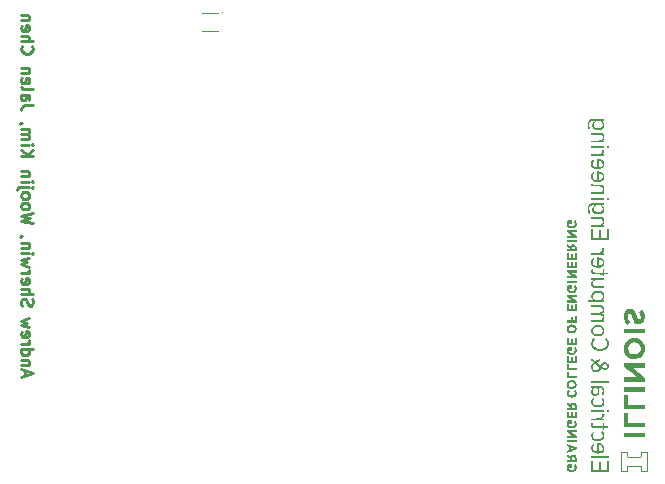
<source format=gbr>
%TF.GenerationSoftware,KiCad,Pcbnew,7.0.9*%
%TF.CreationDate,2024-03-05T03:29:11-06:00*%
%TF.ProjectId,Sensor PCB,53656e73-6f72-4205-9043-422e6b696361,rev?*%
%TF.SameCoordinates,Original*%
%TF.FileFunction,Legend,Bot*%
%TF.FilePolarity,Positive*%
%FSLAX46Y46*%
G04 Gerber Fmt 4.6, Leading zero omitted, Abs format (unit mm)*
G04 Created by KiCad (PCBNEW 7.0.9) date 2024-03-05 03:29:11*
%MOMM*%
%LPD*%
G01*
G04 APERTURE LIST*
%ADD10C,0.250000*%
%ADD11C,0.100000*%
G04 APERTURE END LIST*
D10*
X99621095Y-108245050D02*
X99621095Y-107768860D01*
X99335380Y-108340288D02*
X100335380Y-108006955D01*
X100335380Y-108006955D02*
X99335380Y-107673622D01*
X100002047Y-107340288D02*
X99335380Y-107340288D01*
X99906809Y-107340288D02*
X99954428Y-107292669D01*
X99954428Y-107292669D02*
X100002047Y-107197431D01*
X100002047Y-107197431D02*
X100002047Y-107054574D01*
X100002047Y-107054574D02*
X99954428Y-106959336D01*
X99954428Y-106959336D02*
X99859190Y-106911717D01*
X99859190Y-106911717D02*
X99335380Y-106911717D01*
X99335380Y-106006955D02*
X100335380Y-106006955D01*
X99383000Y-106006955D02*
X99335380Y-106102193D01*
X99335380Y-106102193D02*
X99335380Y-106292669D01*
X99335380Y-106292669D02*
X99383000Y-106387907D01*
X99383000Y-106387907D02*
X99430619Y-106435526D01*
X99430619Y-106435526D02*
X99525857Y-106483145D01*
X99525857Y-106483145D02*
X99811571Y-106483145D01*
X99811571Y-106483145D02*
X99906809Y-106435526D01*
X99906809Y-106435526D02*
X99954428Y-106387907D01*
X99954428Y-106387907D02*
X100002047Y-106292669D01*
X100002047Y-106292669D02*
X100002047Y-106102193D01*
X100002047Y-106102193D02*
X99954428Y-106006955D01*
X99335380Y-105530764D02*
X100002047Y-105530764D01*
X99811571Y-105530764D02*
X99906809Y-105483145D01*
X99906809Y-105483145D02*
X99954428Y-105435526D01*
X99954428Y-105435526D02*
X100002047Y-105340288D01*
X100002047Y-105340288D02*
X100002047Y-105245050D01*
X99383000Y-104530764D02*
X99335380Y-104626002D01*
X99335380Y-104626002D02*
X99335380Y-104816478D01*
X99335380Y-104816478D02*
X99383000Y-104911716D01*
X99383000Y-104911716D02*
X99478238Y-104959335D01*
X99478238Y-104959335D02*
X99859190Y-104959335D01*
X99859190Y-104959335D02*
X99954428Y-104911716D01*
X99954428Y-104911716D02*
X100002047Y-104816478D01*
X100002047Y-104816478D02*
X100002047Y-104626002D01*
X100002047Y-104626002D02*
X99954428Y-104530764D01*
X99954428Y-104530764D02*
X99859190Y-104483145D01*
X99859190Y-104483145D02*
X99763952Y-104483145D01*
X99763952Y-104483145D02*
X99668714Y-104959335D01*
X100002047Y-104149811D02*
X99335380Y-103959335D01*
X99335380Y-103959335D02*
X99811571Y-103768859D01*
X99811571Y-103768859D02*
X99335380Y-103578383D01*
X99335380Y-103578383D02*
X100002047Y-103387907D01*
X99383000Y-102292668D02*
X99335380Y-102149811D01*
X99335380Y-102149811D02*
X99335380Y-101911716D01*
X99335380Y-101911716D02*
X99383000Y-101816478D01*
X99383000Y-101816478D02*
X99430619Y-101768859D01*
X99430619Y-101768859D02*
X99525857Y-101721240D01*
X99525857Y-101721240D02*
X99621095Y-101721240D01*
X99621095Y-101721240D02*
X99716333Y-101768859D01*
X99716333Y-101768859D02*
X99763952Y-101816478D01*
X99763952Y-101816478D02*
X99811571Y-101911716D01*
X99811571Y-101911716D02*
X99859190Y-102102192D01*
X99859190Y-102102192D02*
X99906809Y-102197430D01*
X99906809Y-102197430D02*
X99954428Y-102245049D01*
X99954428Y-102245049D02*
X100049666Y-102292668D01*
X100049666Y-102292668D02*
X100144904Y-102292668D01*
X100144904Y-102292668D02*
X100240142Y-102245049D01*
X100240142Y-102245049D02*
X100287761Y-102197430D01*
X100287761Y-102197430D02*
X100335380Y-102102192D01*
X100335380Y-102102192D02*
X100335380Y-101864097D01*
X100335380Y-101864097D02*
X100287761Y-101721240D01*
X99335380Y-101292668D02*
X100335380Y-101292668D01*
X99335380Y-100864097D02*
X99859190Y-100864097D01*
X99859190Y-100864097D02*
X99954428Y-100911716D01*
X99954428Y-100911716D02*
X100002047Y-101006954D01*
X100002047Y-101006954D02*
X100002047Y-101149811D01*
X100002047Y-101149811D02*
X99954428Y-101245049D01*
X99954428Y-101245049D02*
X99906809Y-101292668D01*
X99383000Y-100006954D02*
X99335380Y-100102192D01*
X99335380Y-100102192D02*
X99335380Y-100292668D01*
X99335380Y-100292668D02*
X99383000Y-100387906D01*
X99383000Y-100387906D02*
X99478238Y-100435525D01*
X99478238Y-100435525D02*
X99859190Y-100435525D01*
X99859190Y-100435525D02*
X99954428Y-100387906D01*
X99954428Y-100387906D02*
X100002047Y-100292668D01*
X100002047Y-100292668D02*
X100002047Y-100102192D01*
X100002047Y-100102192D02*
X99954428Y-100006954D01*
X99954428Y-100006954D02*
X99859190Y-99959335D01*
X99859190Y-99959335D02*
X99763952Y-99959335D01*
X99763952Y-99959335D02*
X99668714Y-100435525D01*
X99335380Y-99530763D02*
X100002047Y-99530763D01*
X99811571Y-99530763D02*
X99906809Y-99483144D01*
X99906809Y-99483144D02*
X99954428Y-99435525D01*
X99954428Y-99435525D02*
X100002047Y-99340287D01*
X100002047Y-99340287D02*
X100002047Y-99245049D01*
X100002047Y-99006953D02*
X99335380Y-98816477D01*
X99335380Y-98816477D02*
X99811571Y-98626001D01*
X99811571Y-98626001D02*
X99335380Y-98435525D01*
X99335380Y-98435525D02*
X100002047Y-98245049D01*
X99335380Y-97864096D02*
X100002047Y-97864096D01*
X100335380Y-97864096D02*
X100287761Y-97911715D01*
X100287761Y-97911715D02*
X100240142Y-97864096D01*
X100240142Y-97864096D02*
X100287761Y-97816477D01*
X100287761Y-97816477D02*
X100335380Y-97864096D01*
X100335380Y-97864096D02*
X100240142Y-97864096D01*
X100002047Y-97387906D02*
X99335380Y-97387906D01*
X99906809Y-97387906D02*
X99954428Y-97340287D01*
X99954428Y-97340287D02*
X100002047Y-97245049D01*
X100002047Y-97245049D02*
X100002047Y-97102192D01*
X100002047Y-97102192D02*
X99954428Y-97006954D01*
X99954428Y-97006954D02*
X99859190Y-96959335D01*
X99859190Y-96959335D02*
X99335380Y-96959335D01*
X99383000Y-96435525D02*
X99335380Y-96435525D01*
X99335380Y-96435525D02*
X99240142Y-96483144D01*
X99240142Y-96483144D02*
X99192523Y-96530763D01*
X100335380Y-95340287D02*
X99335380Y-95102192D01*
X99335380Y-95102192D02*
X100049666Y-94911716D01*
X100049666Y-94911716D02*
X99335380Y-94721240D01*
X99335380Y-94721240D02*
X100335380Y-94483145D01*
X99335380Y-93959335D02*
X99383000Y-94054573D01*
X99383000Y-94054573D02*
X99430619Y-94102192D01*
X99430619Y-94102192D02*
X99525857Y-94149811D01*
X99525857Y-94149811D02*
X99811571Y-94149811D01*
X99811571Y-94149811D02*
X99906809Y-94102192D01*
X99906809Y-94102192D02*
X99954428Y-94054573D01*
X99954428Y-94054573D02*
X100002047Y-93959335D01*
X100002047Y-93959335D02*
X100002047Y-93816478D01*
X100002047Y-93816478D02*
X99954428Y-93721240D01*
X99954428Y-93721240D02*
X99906809Y-93673621D01*
X99906809Y-93673621D02*
X99811571Y-93626002D01*
X99811571Y-93626002D02*
X99525857Y-93626002D01*
X99525857Y-93626002D02*
X99430619Y-93673621D01*
X99430619Y-93673621D02*
X99383000Y-93721240D01*
X99383000Y-93721240D02*
X99335380Y-93816478D01*
X99335380Y-93816478D02*
X99335380Y-93959335D01*
X99335380Y-93054573D02*
X99383000Y-93149811D01*
X99383000Y-93149811D02*
X99430619Y-93197430D01*
X99430619Y-93197430D02*
X99525857Y-93245049D01*
X99525857Y-93245049D02*
X99811571Y-93245049D01*
X99811571Y-93245049D02*
X99906809Y-93197430D01*
X99906809Y-93197430D02*
X99954428Y-93149811D01*
X99954428Y-93149811D02*
X100002047Y-93054573D01*
X100002047Y-93054573D02*
X100002047Y-92911716D01*
X100002047Y-92911716D02*
X99954428Y-92816478D01*
X99954428Y-92816478D02*
X99906809Y-92768859D01*
X99906809Y-92768859D02*
X99811571Y-92721240D01*
X99811571Y-92721240D02*
X99525857Y-92721240D01*
X99525857Y-92721240D02*
X99430619Y-92768859D01*
X99430619Y-92768859D02*
X99383000Y-92816478D01*
X99383000Y-92816478D02*
X99335380Y-92911716D01*
X99335380Y-92911716D02*
X99335380Y-93054573D01*
X100002047Y-92292668D02*
X99144904Y-92292668D01*
X99144904Y-92292668D02*
X99049666Y-92340287D01*
X99049666Y-92340287D02*
X99002047Y-92435525D01*
X99002047Y-92435525D02*
X99002047Y-92483144D01*
X100335380Y-92292668D02*
X100287761Y-92340287D01*
X100287761Y-92340287D02*
X100240142Y-92292668D01*
X100240142Y-92292668D02*
X100287761Y-92245049D01*
X100287761Y-92245049D02*
X100335380Y-92292668D01*
X100335380Y-92292668D02*
X100240142Y-92292668D01*
X99335380Y-91816478D02*
X100002047Y-91816478D01*
X100335380Y-91816478D02*
X100287761Y-91864097D01*
X100287761Y-91864097D02*
X100240142Y-91816478D01*
X100240142Y-91816478D02*
X100287761Y-91768859D01*
X100287761Y-91768859D02*
X100335380Y-91816478D01*
X100335380Y-91816478D02*
X100240142Y-91816478D01*
X100002047Y-91340288D02*
X99335380Y-91340288D01*
X99906809Y-91340288D02*
X99954428Y-91292669D01*
X99954428Y-91292669D02*
X100002047Y-91197431D01*
X100002047Y-91197431D02*
X100002047Y-91054574D01*
X100002047Y-91054574D02*
X99954428Y-90959336D01*
X99954428Y-90959336D02*
X99859190Y-90911717D01*
X99859190Y-90911717D02*
X99335380Y-90911717D01*
X99335380Y-89673621D02*
X100335380Y-89673621D01*
X99335380Y-89102193D02*
X99906809Y-89530764D01*
X100335380Y-89102193D02*
X99763952Y-89673621D01*
X99335380Y-88673621D02*
X100002047Y-88673621D01*
X100335380Y-88673621D02*
X100287761Y-88721240D01*
X100287761Y-88721240D02*
X100240142Y-88673621D01*
X100240142Y-88673621D02*
X100287761Y-88626002D01*
X100287761Y-88626002D02*
X100335380Y-88673621D01*
X100335380Y-88673621D02*
X100240142Y-88673621D01*
X99335380Y-88197431D02*
X100002047Y-88197431D01*
X99906809Y-88197431D02*
X99954428Y-88149812D01*
X99954428Y-88149812D02*
X100002047Y-88054574D01*
X100002047Y-88054574D02*
X100002047Y-87911717D01*
X100002047Y-87911717D02*
X99954428Y-87816479D01*
X99954428Y-87816479D02*
X99859190Y-87768860D01*
X99859190Y-87768860D02*
X99335380Y-87768860D01*
X99859190Y-87768860D02*
X99954428Y-87721241D01*
X99954428Y-87721241D02*
X100002047Y-87626003D01*
X100002047Y-87626003D02*
X100002047Y-87483146D01*
X100002047Y-87483146D02*
X99954428Y-87387907D01*
X99954428Y-87387907D02*
X99859190Y-87340288D01*
X99859190Y-87340288D02*
X99335380Y-87340288D01*
X99383000Y-86816479D02*
X99335380Y-86816479D01*
X99335380Y-86816479D02*
X99240142Y-86864098D01*
X99240142Y-86864098D02*
X99192523Y-86911717D01*
X100335380Y-85340289D02*
X99621095Y-85340289D01*
X99621095Y-85340289D02*
X99478238Y-85387908D01*
X99478238Y-85387908D02*
X99383000Y-85483146D01*
X99383000Y-85483146D02*
X99335380Y-85626003D01*
X99335380Y-85626003D02*
X99335380Y-85721241D01*
X99335380Y-84435527D02*
X99859190Y-84435527D01*
X99859190Y-84435527D02*
X99954428Y-84483146D01*
X99954428Y-84483146D02*
X100002047Y-84578384D01*
X100002047Y-84578384D02*
X100002047Y-84768860D01*
X100002047Y-84768860D02*
X99954428Y-84864098D01*
X99383000Y-84435527D02*
X99335380Y-84530765D01*
X99335380Y-84530765D02*
X99335380Y-84768860D01*
X99335380Y-84768860D02*
X99383000Y-84864098D01*
X99383000Y-84864098D02*
X99478238Y-84911717D01*
X99478238Y-84911717D02*
X99573476Y-84911717D01*
X99573476Y-84911717D02*
X99668714Y-84864098D01*
X99668714Y-84864098D02*
X99716333Y-84768860D01*
X99716333Y-84768860D02*
X99716333Y-84530765D01*
X99716333Y-84530765D02*
X99763952Y-84435527D01*
X99335380Y-83816479D02*
X99383000Y-83911717D01*
X99383000Y-83911717D02*
X99478238Y-83959336D01*
X99478238Y-83959336D02*
X100335380Y-83959336D01*
X99383000Y-83054574D02*
X99335380Y-83149812D01*
X99335380Y-83149812D02*
X99335380Y-83340288D01*
X99335380Y-83340288D02*
X99383000Y-83435526D01*
X99383000Y-83435526D02*
X99478238Y-83483145D01*
X99478238Y-83483145D02*
X99859190Y-83483145D01*
X99859190Y-83483145D02*
X99954428Y-83435526D01*
X99954428Y-83435526D02*
X100002047Y-83340288D01*
X100002047Y-83340288D02*
X100002047Y-83149812D01*
X100002047Y-83149812D02*
X99954428Y-83054574D01*
X99954428Y-83054574D02*
X99859190Y-83006955D01*
X99859190Y-83006955D02*
X99763952Y-83006955D01*
X99763952Y-83006955D02*
X99668714Y-83483145D01*
X100002047Y-82578383D02*
X99335380Y-82578383D01*
X99906809Y-82578383D02*
X99954428Y-82530764D01*
X99954428Y-82530764D02*
X100002047Y-82435526D01*
X100002047Y-82435526D02*
X100002047Y-82292669D01*
X100002047Y-82292669D02*
X99954428Y-82197431D01*
X99954428Y-82197431D02*
X99859190Y-82149812D01*
X99859190Y-82149812D02*
X99335380Y-82149812D01*
X99430619Y-80340288D02*
X99383000Y-80387907D01*
X99383000Y-80387907D02*
X99335380Y-80530764D01*
X99335380Y-80530764D02*
X99335380Y-80626002D01*
X99335380Y-80626002D02*
X99383000Y-80768859D01*
X99383000Y-80768859D02*
X99478238Y-80864097D01*
X99478238Y-80864097D02*
X99573476Y-80911716D01*
X99573476Y-80911716D02*
X99763952Y-80959335D01*
X99763952Y-80959335D02*
X99906809Y-80959335D01*
X99906809Y-80959335D02*
X100097285Y-80911716D01*
X100097285Y-80911716D02*
X100192523Y-80864097D01*
X100192523Y-80864097D02*
X100287761Y-80768859D01*
X100287761Y-80768859D02*
X100335380Y-80626002D01*
X100335380Y-80626002D02*
X100335380Y-80530764D01*
X100335380Y-80530764D02*
X100287761Y-80387907D01*
X100287761Y-80387907D02*
X100240142Y-80340288D01*
X99335380Y-79911716D02*
X100335380Y-79911716D01*
X99335380Y-79483145D02*
X99859190Y-79483145D01*
X99859190Y-79483145D02*
X99954428Y-79530764D01*
X99954428Y-79530764D02*
X100002047Y-79626002D01*
X100002047Y-79626002D02*
X100002047Y-79768859D01*
X100002047Y-79768859D02*
X99954428Y-79864097D01*
X99954428Y-79864097D02*
X99906809Y-79911716D01*
X99383000Y-78626002D02*
X99335380Y-78721240D01*
X99335380Y-78721240D02*
X99335380Y-78911716D01*
X99335380Y-78911716D02*
X99383000Y-79006954D01*
X99383000Y-79006954D02*
X99478238Y-79054573D01*
X99478238Y-79054573D02*
X99859190Y-79054573D01*
X99859190Y-79054573D02*
X99954428Y-79006954D01*
X99954428Y-79006954D02*
X100002047Y-78911716D01*
X100002047Y-78911716D02*
X100002047Y-78721240D01*
X100002047Y-78721240D02*
X99954428Y-78626002D01*
X99954428Y-78626002D02*
X99859190Y-78578383D01*
X99859190Y-78578383D02*
X99763952Y-78578383D01*
X99763952Y-78578383D02*
X99668714Y-79054573D01*
X100002047Y-78149811D02*
X99335380Y-78149811D01*
X99906809Y-78149811D02*
X99954428Y-78102192D01*
X99954428Y-78102192D02*
X100002047Y-78006954D01*
X100002047Y-78006954D02*
X100002047Y-77864097D01*
X100002047Y-77864097D02*
X99954428Y-77768859D01*
X99954428Y-77768859D02*
X99859190Y-77721240D01*
X99859190Y-77721240D02*
X99335380Y-77721240D01*
D11*
%TO.C,U3*%
X116000000Y-79050000D02*
X114600000Y-79050000D01*
X116000000Y-77550000D02*
X114600000Y-77550000D01*
X116350000Y-77500000D02*
G75*
G03*
X116350000Y-77500000I-50000J0D01*
G01*
%TO.C,*%
G36*
X149125211Y-115226901D02*
G01*
X147604788Y-115226901D01*
X147604788Y-115065915D01*
X149125211Y-115065915D01*
X149125211Y-115226901D01*
G37*
G36*
X146352676Y-113885352D02*
G01*
X145511971Y-113885352D01*
X145511971Y-113706479D01*
X146352676Y-113706479D01*
X146352676Y-113885352D01*
G37*
G36*
X148695915Y-111291690D02*
G01*
X147604788Y-111291690D01*
X147604788Y-111130704D01*
X148695915Y-111130704D01*
X148695915Y-111291690D01*
G37*
G36*
X149089436Y-111309577D02*
G01*
X148910563Y-111309577D01*
X148910563Y-111130704D01*
X149089436Y-111130704D01*
X149089436Y-111309577D01*
G37*
G36*
X152112394Y-109574507D02*
G01*
X150377324Y-109574507D01*
X150377324Y-109180986D01*
X152112394Y-109180986D01*
X152112394Y-109574507D01*
G37*
G36*
X152112394Y-104637605D02*
G01*
X150377324Y-104637605D01*
X150377324Y-104261971D01*
X152112394Y-104261971D01*
X152112394Y-104637605D01*
G37*
G36*
X146352676Y-100362535D02*
G01*
X145511971Y-100362535D01*
X145511971Y-100183662D01*
X146352676Y-100183662D01*
X146352676Y-100362535D01*
G37*
G36*
X146352676Y-96928169D02*
G01*
X145511971Y-96928169D01*
X145511971Y-96749295D01*
X146352676Y-96749295D01*
X146352676Y-96928169D01*
G37*
G36*
X148695915Y-93332817D02*
G01*
X147604788Y-93332817D01*
X147604788Y-93171831D01*
X148695915Y-93171831D01*
X148695915Y-93332817D01*
G37*
G36*
X149089436Y-93332817D02*
G01*
X148910563Y-93332817D01*
X148910563Y-93153943D01*
X149089436Y-93153943D01*
X149089436Y-93332817D01*
G37*
G36*
X148695915Y-88932535D02*
G01*
X147604788Y-88932535D01*
X147604788Y-88771549D01*
X148695915Y-88771549D01*
X148695915Y-88932535D01*
G37*
G36*
X149089436Y-88950422D02*
G01*
X148910563Y-88950422D01*
X148910563Y-88771549D01*
X149089436Y-88771549D01*
X149089436Y-88950422D01*
G37*
G36*
X149121768Y-108738274D02*
G01*
X149116267Y-108814295D01*
X148360528Y-108818961D01*
X147604788Y-108823627D01*
X147604788Y-108662253D01*
X149127268Y-108662253D01*
X149121768Y-108738274D01*
G37*
G36*
X145681901Y-107919929D02*
G01*
X145692187Y-108250845D01*
X146352676Y-108250845D01*
X146352676Y-108429718D01*
X145511971Y-108429718D01*
X145511971Y-107909025D01*
X145681901Y-107919929D01*
G37*
G36*
X145681901Y-107275986D02*
G01*
X145687044Y-107441443D01*
X145692187Y-107606901D01*
X146352676Y-107606901D01*
X146352676Y-107785774D01*
X145511971Y-107785774D01*
X145511971Y-107265082D01*
X145681901Y-107275986D01*
G37*
G36*
X150735070Y-112221831D02*
G01*
X152112394Y-112221831D01*
X152112394Y-112615352D01*
X150376860Y-112615352D01*
X150381564Y-111993767D01*
X150386267Y-111372183D01*
X150560669Y-111367063D01*
X150735070Y-111361944D01*
X150735070Y-112221831D01*
G37*
G36*
X150735070Y-110719295D02*
G01*
X152112394Y-110719295D01*
X152112394Y-111094929D01*
X150376860Y-111094929D01*
X150381564Y-110473345D01*
X150386267Y-109851760D01*
X150560669Y-109846641D01*
X150735070Y-109841521D01*
X150735070Y-110719295D01*
G37*
G36*
X146352676Y-103743239D02*
G01*
X145511971Y-103743239D01*
X145511971Y-103546479D01*
X145851831Y-103546479D01*
X145851831Y-103224507D01*
X146012816Y-103224507D01*
X146012816Y-103546479D01*
X146191690Y-103546479D01*
X146191690Y-103188732D01*
X146352676Y-103188732D01*
X146352676Y-103743239D01*
G37*
G36*
X146352676Y-113025722D02*
G01*
X145878662Y-113035704D01*
X146352294Y-113339788D01*
X146352676Y-113509718D01*
X145511971Y-113509718D01*
X145511971Y-113330845D01*
X146000715Y-113330845D01*
X145756343Y-113170469D01*
X145511971Y-113010094D01*
X145511971Y-112865774D01*
X146352676Y-112865774D01*
X146352676Y-113025722D01*
G37*
G36*
X147747887Y-116192817D02*
G01*
X148266619Y-116192817D01*
X148266619Y-115530986D01*
X148409718Y-115530986D01*
X148409718Y-116192817D01*
X148910563Y-116192817D01*
X148910563Y-115459436D01*
X149071549Y-115459436D01*
X149071549Y-116353802D01*
X147604788Y-116353802D01*
X147604788Y-115441549D01*
X147747887Y-115441549D01*
X147747887Y-116192817D01*
G37*
G36*
X145672957Y-111649436D02*
G01*
X145851831Y-111649436D01*
X145851831Y-111327464D01*
X146030704Y-111327464D01*
X146030704Y-111649436D01*
X146191690Y-111649436D01*
X146191690Y-111291690D01*
X146352676Y-111291690D01*
X146352676Y-111828309D01*
X145511971Y-111828309D01*
X145511971Y-111273802D01*
X145672957Y-111273802D01*
X145672957Y-111649436D01*
G37*
G36*
X145672957Y-105442535D02*
G01*
X145851831Y-105442535D01*
X145851831Y-105120563D01*
X146030704Y-105120563D01*
X146030704Y-105442535D01*
X146191690Y-105442535D01*
X146191690Y-105066901D01*
X146352676Y-105066901D01*
X146352676Y-105621408D01*
X145511971Y-105621408D01*
X145511971Y-105066901D01*
X145672957Y-105066901D01*
X145672957Y-105442535D01*
G37*
G36*
X145672957Y-102580563D02*
G01*
X145851831Y-102580563D01*
X145851831Y-102258591D01*
X146030704Y-102258591D01*
X146030704Y-102580563D01*
X146191690Y-102580563D01*
X146191690Y-102204929D01*
X146352676Y-102204929D01*
X146352676Y-102759436D01*
X145511971Y-102759436D01*
X145511971Y-102204929D01*
X145672957Y-102204929D01*
X145672957Y-102580563D01*
G37*
G36*
X146352676Y-96068539D02*
G01*
X146116881Y-96073530D01*
X145881087Y-96078521D01*
X146116880Y-96230563D01*
X146352674Y-96382605D01*
X146352676Y-96552535D01*
X145511971Y-96552535D01*
X145511971Y-96373662D01*
X146003169Y-96373662D01*
X145511971Y-96053210D01*
X145511971Y-95890704D01*
X146352676Y-95890704D01*
X146352676Y-96068539D01*
G37*
G36*
X147747887Y-96570422D02*
G01*
X148266619Y-96570422D01*
X148266619Y-95908591D01*
X148409718Y-95908591D01*
X148409718Y-96570422D01*
X148910563Y-96570422D01*
X148910563Y-95837042D01*
X149071549Y-95837042D01*
X149071549Y-96731408D01*
X147604788Y-96731408D01*
X147604788Y-95819155D01*
X147747887Y-95819155D01*
X147747887Y-96570422D01*
G37*
G36*
X145672957Y-106962957D02*
G01*
X145850438Y-106962957D01*
X145860774Y-106649929D01*
X146021760Y-106649929D01*
X146026928Y-106806443D01*
X146032097Y-106962957D01*
X146191690Y-106962957D01*
X146191690Y-106605211D01*
X146352676Y-106605211D01*
X146352676Y-107141831D01*
X145511971Y-107141831D01*
X145511971Y-106605211D01*
X145672957Y-106605211D01*
X145672957Y-106962957D01*
G37*
G36*
X146352676Y-99503943D02*
G01*
X145878662Y-99504573D01*
X146115669Y-99660680D01*
X146352676Y-99816788D01*
X146352676Y-99986901D01*
X145511971Y-99986901D01*
X145511971Y-99808028D01*
X145757922Y-99807764D01*
X146003873Y-99807499D01*
X145757922Y-99645206D01*
X145511971Y-99482912D01*
X145511971Y-99325070D01*
X146352676Y-99325070D01*
X146352676Y-99503943D01*
G37*
G36*
X145676803Y-98775035D02*
G01*
X145681901Y-98958380D01*
X145851831Y-98969284D01*
X145851831Y-98645352D01*
X146030704Y-98645352D01*
X146030704Y-98967324D01*
X146191690Y-98967324D01*
X146191690Y-98591690D01*
X146352676Y-98591690D01*
X146352676Y-99146197D01*
X145511971Y-99146197D01*
X145511971Y-98591690D01*
X145671706Y-98591690D01*
X145676803Y-98775035D01*
G37*
G36*
X145676803Y-98059542D02*
G01*
X145681901Y-98242887D01*
X145851831Y-98253791D01*
X145851831Y-97929859D01*
X146030704Y-97929859D01*
X146030704Y-98251831D01*
X146191690Y-98251831D01*
X146191690Y-97876197D01*
X146352676Y-97876197D01*
X146352676Y-98430704D01*
X145511971Y-98430704D01*
X145511971Y-97876197D01*
X145671706Y-97876197D01*
X145676803Y-98059542D01*
G37*
G36*
X146352676Y-101559917D02*
G01*
X146124612Y-101564923D01*
X145896549Y-101569929D01*
X146124163Y-101721971D01*
X146351778Y-101874014D01*
X146352227Y-101958979D01*
X146352676Y-102043943D01*
X145511971Y-102043943D01*
X145511971Y-101865070D01*
X146003873Y-101864310D01*
X145757922Y-101703684D01*
X145511971Y-101543059D01*
X145511971Y-101382112D01*
X146352676Y-101382112D01*
X146352676Y-101559917D01*
G37*
G36*
X152112394Y-113456056D02*
G01*
X151252664Y-113456056D01*
X151081252Y-113455803D01*
X150920925Y-113455099D01*
X150775208Y-113453993D01*
X150647630Y-113452534D01*
X150541718Y-113450770D01*
X150460999Y-113448749D01*
X150409000Y-113446520D01*
X150389248Y-113444131D01*
X150385650Y-113431880D01*
X150381351Y-113389605D01*
X150378412Y-113325401D01*
X150377324Y-113247371D01*
X150377324Y-113062535D01*
X152112394Y-113062535D01*
X152112394Y-113456056D01*
G37*
G36*
X152112394Y-107588465D02*
G01*
X151600396Y-107593211D01*
X151088399Y-107597957D01*
X151595925Y-107984026D01*
X152103450Y-108370094D01*
X152108548Y-108551948D01*
X152113645Y-108733802D01*
X150377324Y-108733802D01*
X150377324Y-108358686D01*
X150919423Y-108353955D01*
X151461523Y-108349225D01*
X150919890Y-107937817D01*
X150378257Y-107526408D01*
X150377790Y-107360950D01*
X150377324Y-107195493D01*
X152112394Y-107195493D01*
X152112394Y-107588465D01*
G37*
G36*
X148706351Y-111563645D02*
G01*
X148688507Y-111631970D01*
X148633550Y-111730113D01*
X148547617Y-111812133D01*
X148475900Y-111864084D01*
X148695915Y-111864084D01*
X148695915Y-112007183D01*
X147604788Y-112007183D01*
X147604788Y-111868522D01*
X147922288Y-111860310D01*
X148033878Y-111856729D01*
X148144085Y-111850446D01*
X148229107Y-111840849D01*
X148294790Y-111826593D01*
X148346981Y-111806329D01*
X148391529Y-111778713D01*
X148434280Y-111742396D01*
X148480082Y-111688259D01*
X148520058Y-111610275D01*
X148534929Y-111533743D01*
X148535969Y-111513979D01*
X148545530Y-111496816D01*
X148572740Y-111489797D01*
X148626652Y-111488450D01*
X148718375Y-111488450D01*
X148706351Y-111563645D01*
G37*
G36*
X148665131Y-97447427D02*
G01*
X148698264Y-97452418D01*
X148711302Y-97466952D01*
X148713410Y-97496091D01*
X148711391Y-97521468D01*
X148686213Y-97602422D01*
X148637035Y-97684413D01*
X148569914Y-97756456D01*
X148492715Y-97822535D01*
X148695915Y-97822535D01*
X148695915Y-97983521D01*
X147604788Y-97983521D01*
X147604788Y-97822535D01*
X147896683Y-97822535D01*
X148006447Y-97821479D01*
X148130753Y-97816104D01*
X148228631Y-97805341D01*
X148305381Y-97788263D01*
X148366305Y-97763940D01*
X148416701Y-97731445D01*
X148440375Y-97709488D01*
X148487612Y-97644835D01*
X148521776Y-97570278D01*
X148534929Y-97501276D01*
X148535938Y-97474120D01*
X148545026Y-97455257D01*
X148571425Y-97448055D01*
X148624366Y-97446901D01*
X148665131Y-97447427D01*
G37*
G36*
X148631532Y-89129315D02*
G01*
X148682714Y-89132085D01*
X148707364Y-89141553D01*
X148713703Y-89160598D01*
X148704129Y-89229195D01*
X148664060Y-89322253D01*
X148596664Y-89408361D01*
X148517983Y-89487042D01*
X148695915Y-89487042D01*
X148695915Y-89648028D01*
X147604788Y-89648028D01*
X147604788Y-89487042D01*
X147931232Y-89486649D01*
X147945679Y-89486627D01*
X148062642Y-89485911D01*
X148150438Y-89483918D01*
X148215031Y-89480146D01*
X148262383Y-89474092D01*
X148298460Y-89465254D01*
X148329225Y-89453130D01*
X148398291Y-89412087D01*
X148470651Y-89341973D01*
X148517972Y-89259808D01*
X148534929Y-89172849D01*
X148535738Y-89156076D01*
X148544748Y-89138235D01*
X148571249Y-89130790D01*
X148624366Y-89129295D01*
X148631532Y-89129315D01*
G37*
G36*
X147738712Y-112297981D02*
G01*
X147737119Y-112311301D01*
X147734121Y-112366991D01*
X147742678Y-112405336D01*
X147765554Y-112441080D01*
X147804145Y-112490140D01*
X148552816Y-112490140D01*
X148552816Y-112203943D01*
X148695915Y-112203943D01*
X148695915Y-112490140D01*
X149017887Y-112490140D01*
X149017887Y-112651126D01*
X148695915Y-112651126D01*
X148695915Y-112794225D01*
X148552816Y-112794225D01*
X148552816Y-112651126D01*
X148154824Y-112651060D01*
X148089651Y-112651009D01*
X147974029Y-112650499D01*
X147886738Y-112649108D01*
X147822704Y-112646437D01*
X147776855Y-112642085D01*
X147744117Y-112635651D01*
X147719418Y-112626734D01*
X147697685Y-112614933D01*
X147693047Y-112611978D01*
X147646389Y-112570074D01*
X147613421Y-112521091D01*
X147600459Y-112480588D01*
X147589267Y-112400578D01*
X147590361Y-112317649D01*
X147604346Y-112249826D01*
X147613954Y-112229544D01*
X147639322Y-112209082D01*
X147686126Y-112203943D01*
X147750461Y-112203943D01*
X147738712Y-112297981D01*
G37*
G36*
X148048860Y-94785028D02*
G01*
X148492931Y-94790633D01*
X148568996Y-94841007D01*
X148582740Y-94850621D01*
X148654374Y-94925007D01*
X148698239Y-95021011D01*
X148713410Y-95136733D01*
X148703657Y-95232038D01*
X148665044Y-95326576D01*
X148594926Y-95407637D01*
X148533684Y-95461408D01*
X148695915Y-95461408D01*
X148695915Y-95604507D01*
X147604788Y-95604507D01*
X147604788Y-95464966D01*
X147984894Y-95458715D01*
X148003847Y-95458400D01*
X148127434Y-95456016D01*
X148221217Y-95453248D01*
X148290468Y-95449583D01*
X148340456Y-95444510D01*
X148376451Y-95437517D01*
X148403724Y-95428092D01*
X148427544Y-95415723D01*
X148477330Y-95379558D01*
X148535945Y-95307551D01*
X148566381Y-95224530D01*
X148566577Y-95137483D01*
X148534471Y-95053395D01*
X148511713Y-95020468D01*
X148484805Y-94994231D01*
X148449667Y-94974591D01*
X148401712Y-94960613D01*
X148336350Y-94951366D01*
X148248993Y-94945916D01*
X148135053Y-94943330D01*
X147989940Y-94942676D01*
X147604788Y-94942676D01*
X147604788Y-94779422D01*
X148048860Y-94785028D01*
G37*
G36*
X148048859Y-87666132D02*
G01*
X148492929Y-87671479D01*
X148567238Y-87720689D01*
X148579121Y-87728896D01*
X148653765Y-87803378D01*
X148698748Y-87897703D01*
X148713802Y-88011338D01*
X148713800Y-88012872D01*
X148699308Y-88121477D01*
X148658819Y-88215376D01*
X148595622Y-88286900D01*
X148547992Y-88324366D01*
X148695915Y-88324366D01*
X148695915Y-88485352D01*
X147604788Y-88485352D01*
X147604788Y-88324366D01*
X147984894Y-88324338D01*
X147991713Y-88324337D01*
X148132569Y-88323636D01*
X148242735Y-88320892D01*
X148327077Y-88314992D01*
X148390459Y-88304820D01*
X148437747Y-88289265D01*
X148473805Y-88267211D01*
X148503499Y-88237546D01*
X148531694Y-88199155D01*
X148556040Y-88156215D01*
X148567636Y-88108057D01*
X148566377Y-88042918D01*
X148565633Y-88034638D01*
X148550688Y-87960732D01*
X148524537Y-87910766D01*
X148506357Y-87891857D01*
X148477155Y-87869003D01*
X148441136Y-87851825D01*
X148393476Y-87839536D01*
X148329350Y-87831349D01*
X148243935Y-87826475D01*
X148132407Y-87824128D01*
X147989940Y-87823521D01*
X147604788Y-87823521D01*
X147604788Y-87660786D01*
X148048859Y-87666132D01*
G37*
G36*
X145587993Y-114911905D02*
G01*
X145605249Y-114921921D01*
X145675178Y-114962153D01*
X145741709Y-115000006D01*
X145819404Y-115043849D01*
X145878321Y-114979559D01*
X145884152Y-114973235D01*
X145917269Y-114941185D01*
X145949460Y-114922981D01*
X145992956Y-114913883D01*
X146059992Y-114909147D01*
X146080762Y-114908242D01*
X146149097Y-114908857D01*
X146197373Y-114918002D01*
X146237840Y-114937640D01*
X146249021Y-114944993D01*
X146291370Y-114982602D01*
X146321022Y-115031421D01*
X146339866Y-115097500D01*
X146349788Y-115186885D01*
X146352676Y-115305625D01*
X146352676Y-115513098D01*
X145959155Y-115513098D01*
X145511971Y-115513098D01*
X145511971Y-115334225D01*
X145780281Y-115334225D01*
X145959155Y-115334225D01*
X146191690Y-115334225D01*
X146191690Y-115248768D01*
X146190151Y-115211902D01*
X146172608Y-115140271D01*
X146135112Y-115097804D01*
X146077180Y-115083802D01*
X146030455Y-115091644D01*
X145988758Y-115116514D01*
X145966872Y-115163365D01*
X145959155Y-115241725D01*
X145959155Y-115334225D01*
X145780281Y-115334225D01*
X145780281Y-115281816D01*
X145779775Y-115268941D01*
X145772638Y-115243939D01*
X145752130Y-115220582D01*
X145712032Y-115193006D01*
X145646126Y-115155352D01*
X145511971Y-115081297D01*
X145511971Y-114867647D01*
X145587993Y-114911905D01*
G37*
G36*
X147745050Y-99271857D02*
G01*
X147744776Y-99272653D01*
X147735195Y-99329297D01*
X147738102Y-99389483D01*
X147743742Y-99412955D01*
X147758186Y-99443193D01*
X147783114Y-99465990D01*
X147822735Y-99482363D01*
X147881262Y-99493329D01*
X147962904Y-99499903D01*
X148071874Y-99503103D01*
X148212383Y-99503943D01*
X148552816Y-99503943D01*
X148552816Y-99217746D01*
X148695915Y-99217746D01*
X148695915Y-99503943D01*
X149017887Y-99503943D01*
X149017887Y-99664929D01*
X148695915Y-99664929D01*
X148695915Y-99727535D01*
X148695755Y-99746008D01*
X148690535Y-99776543D01*
X148670176Y-99788245D01*
X148624366Y-99790140D01*
X148604058Y-99790008D01*
X148568718Y-99785553D01*
X148555074Y-99768159D01*
X148552816Y-99729023D01*
X148552816Y-99667905D01*
X148153989Y-99661945D01*
X148093941Y-99661005D01*
X147966485Y-99658273D01*
X147868128Y-99654084D01*
X147794099Y-99647295D01*
X147739627Y-99636761D01*
X147699941Y-99621336D01*
X147670270Y-99599877D01*
X147645843Y-99571238D01*
X147621889Y-99534274D01*
X147606251Y-99500447D01*
X147589558Y-99422991D01*
X147588563Y-99338504D01*
X147604346Y-99263629D01*
X147617703Y-99237826D01*
X147644039Y-99221655D01*
X147692852Y-99217746D01*
X147763913Y-99217746D01*
X147745050Y-99271857D01*
G37*
G36*
X145547113Y-114019306D02*
G01*
X145557363Y-114022737D01*
X145599885Y-114037500D01*
X145668013Y-114061445D01*
X145756436Y-114092699D01*
X145859844Y-114129385D01*
X145972925Y-114169630D01*
X146361619Y-114308173D01*
X146361619Y-114482668D01*
X145950211Y-114630354D01*
X145866362Y-114660364D01*
X145866245Y-114660406D01*
X145759300Y-114698400D01*
X145666810Y-114730933D01*
X145593659Y-114756300D01*
X145544617Y-114772836D01*
X145524452Y-114778879D01*
X145519344Y-114771977D01*
X145514956Y-114738558D01*
X145515508Y-114686613D01*
X145520915Y-114593508D01*
X145692183Y-114540486D01*
X145686873Y-114393935D01*
X145851831Y-114393935D01*
X145852532Y-114419063D01*
X145857700Y-114459625D01*
X145866245Y-114475633D01*
X145888850Y-114470429D01*
X145935326Y-114456498D01*
X145995356Y-114436900D01*
X146110053Y-114398166D01*
X146021188Y-114367967D01*
X145989912Y-114357389D01*
X145932493Y-114338205D01*
X145892077Y-114325003D01*
X145878338Y-114321116D01*
X145860516Y-114322891D01*
X145853228Y-114344513D01*
X145851831Y-114393935D01*
X145686873Y-114393935D01*
X145681901Y-114256724D01*
X145601408Y-114227128D01*
X145555241Y-114208721D01*
X145530474Y-114189479D01*
X145519911Y-114157994D01*
X145515456Y-114102529D01*
X145513436Y-114058328D01*
X145515562Y-114025669D01*
X145525818Y-114015212D01*
X145547113Y-114019306D01*
G37*
G36*
X145532092Y-110489025D02*
G01*
X145564980Y-110504818D01*
X145617297Y-110532633D01*
X145681348Y-110568447D01*
X145823894Y-110649867D01*
X145857606Y-110603588D01*
X145872649Y-110585193D01*
X145940033Y-110534658D01*
X146021754Y-110508068D01*
X146109213Y-110504912D01*
X146193806Y-110524682D01*
X146266932Y-110566868D01*
X146319991Y-110630962D01*
X146327167Y-110645599D01*
X146339739Y-110683567D01*
X146347554Y-110733805D01*
X146351552Y-110804130D01*
X146352676Y-110902361D01*
X146352676Y-111112817D01*
X145959155Y-111112817D01*
X145511971Y-111112817D01*
X145511971Y-110933943D01*
X145780281Y-110933943D01*
X145959155Y-110933943D01*
X146191690Y-110933943D01*
X146191690Y-110844507D01*
X146185161Y-110784272D01*
X146158406Y-110723825D01*
X146115319Y-110689367D01*
X146060591Y-110684134D01*
X145998909Y-110711366D01*
X145994626Y-110714474D01*
X145972482Y-110738844D01*
X145961877Y-110775706D01*
X145959155Y-110836577D01*
X145959155Y-110933943D01*
X145780281Y-110933943D01*
X145780281Y-110883840D01*
X145779955Y-110874458D01*
X145773053Y-110849215D01*
X145752517Y-110825128D01*
X145712243Y-110796443D01*
X145646126Y-110757409D01*
X145511971Y-110681080D01*
X145511971Y-110583920D01*
X145513128Y-110544581D01*
X145518000Y-110502983D01*
X145525387Y-110486893D01*
X145532092Y-110489025D01*
G37*
G36*
X145659136Y-109448837D02*
G01*
X145697961Y-109481067D01*
X145759771Y-109535336D01*
X145716364Y-109594171D01*
X145684683Y-109649395D01*
X145675366Y-109715946D01*
X145699000Y-109787631D01*
X145703777Y-109796140D01*
X145754169Y-109847936D01*
X145825853Y-109881492D01*
X145910126Y-109896173D01*
X145998284Y-109891344D01*
X146081625Y-109866371D01*
X146151443Y-109820620D01*
X146178312Y-109781287D01*
X146192503Y-109716306D01*
X146184403Y-109646502D01*
X146153876Y-109584921D01*
X146149597Y-109579398D01*
X146127933Y-109547709D01*
X146122573Y-109532420D01*
X146126340Y-109529585D01*
X146151038Y-109509988D01*
X146189219Y-109479171D01*
X146200164Y-109470570D01*
X146241101Y-109447356D01*
X146273721Y-109450677D01*
X146303828Y-109483221D01*
X146337230Y-109547676D01*
X146359135Y-109613387D01*
X146368816Y-109721657D01*
X146349593Y-109826732D01*
X146333089Y-109867407D01*
X146271110Y-109959245D01*
X146184165Y-110026451D01*
X146073889Y-110067996D01*
X145941918Y-110082854D01*
X145815252Y-110071784D01*
X145702360Y-110035265D01*
X145612204Y-109975029D01*
X145547453Y-109892886D01*
X145510779Y-109790647D01*
X145504824Y-109706796D01*
X145519206Y-109610287D01*
X145552752Y-109523195D01*
X145602159Y-109457560D01*
X145615192Y-109446439D01*
X145635287Y-109438213D01*
X145659136Y-109448837D01*
G37*
G36*
X148695915Y-100126441D02*
G01*
X148315809Y-100132692D01*
X148296857Y-100133008D01*
X148173270Y-100135392D01*
X148079486Y-100138160D01*
X148010236Y-100141825D01*
X147960248Y-100146898D01*
X147924253Y-100153891D01*
X147896980Y-100163316D01*
X147873159Y-100175685D01*
X147854002Y-100187647D01*
X147781653Y-100253537D01*
X147741925Y-100333800D01*
X147734327Y-100429335D01*
X147735071Y-100437615D01*
X147750016Y-100511521D01*
X147776167Y-100561487D01*
X147794346Y-100580396D01*
X147823548Y-100603250D01*
X147859567Y-100620427D01*
X147907228Y-100632717D01*
X147971353Y-100640904D01*
X148056768Y-100645778D01*
X148168297Y-100648125D01*
X148310763Y-100648732D01*
X148695915Y-100648732D01*
X148695915Y-100809718D01*
X148287176Y-100809718D01*
X148170770Y-100809158D01*
X148038604Y-100806757D01*
X147933838Y-100802577D01*
X147859254Y-100796738D01*
X147817634Y-100789360D01*
X147747042Y-100757362D01*
X147669484Y-100698471D01*
X147616983Y-100627632D01*
X147601228Y-100578863D01*
X147590512Y-100505728D01*
X147587603Y-100426328D01*
X147592926Y-100354286D01*
X147606903Y-100303225D01*
X147616694Y-100287175D01*
X147649509Y-100243995D01*
X147691026Y-100197077D01*
X147755147Y-100130000D01*
X147604788Y-100130000D01*
X147604788Y-99969014D01*
X148695915Y-99969014D01*
X148695915Y-100126441D01*
G37*
G36*
X148029612Y-92047982D02*
G01*
X148117308Y-92049273D01*
X148233667Y-92051486D01*
X148322329Y-92054222D01*
X148388288Y-92057914D01*
X148436542Y-92062996D01*
X148472087Y-92069900D01*
X148499918Y-92079059D01*
X148525032Y-92090907D01*
X148547949Y-92103754D01*
X148632769Y-92172735D01*
X148686755Y-92259754D01*
X148710222Y-92365280D01*
X148711314Y-92383545D01*
X148704966Y-92493811D01*
X148672970Y-92584712D01*
X148613049Y-92663222D01*
X148551624Y-92724648D01*
X148695915Y-92724648D01*
X148695915Y-92885633D01*
X147604788Y-92885633D01*
X147604788Y-92724648D01*
X147976632Y-92724648D01*
X148027921Y-92724625D01*
X148141409Y-92724188D01*
X148226791Y-92722811D01*
X148289635Y-92719996D01*
X148335507Y-92715245D01*
X148369975Y-92708060D01*
X148398605Y-92697945D01*
X148426963Y-92684401D01*
X148434180Y-92680581D01*
X148509072Y-92621016D01*
X148555057Y-92541000D01*
X148570704Y-92442939D01*
X148568223Y-92402558D01*
X148551539Y-92353570D01*
X148512570Y-92303087D01*
X148490049Y-92280369D01*
X148457965Y-92255793D01*
X148419368Y-92237302D01*
X148369382Y-92224044D01*
X148303133Y-92215170D01*
X148215746Y-92209828D01*
X148102348Y-92207169D01*
X147958063Y-92206342D01*
X147604788Y-92205915D01*
X147604788Y-92042092D01*
X148029612Y-92047982D01*
G37*
G36*
X147794865Y-110114200D02*
G01*
X147840867Y-110160201D01*
X147791287Y-110235121D01*
X147765492Y-110281065D01*
X147736124Y-110378939D01*
X147737393Y-110476988D01*
X147769840Y-110566850D01*
X147826842Y-110636059D01*
X147914423Y-110693777D01*
X148022811Y-110730248D01*
X148146172Y-110742744D01*
X148158365Y-110742627D01*
X148283189Y-110729647D01*
X148385139Y-110693889D01*
X148470055Y-110633382D01*
X148521568Y-110572681D01*
X148560726Y-110483935D01*
X148566592Y-110390204D01*
X148539073Y-110296338D01*
X148478080Y-110207188D01*
X148464445Y-110191808D01*
X148454534Y-110171914D01*
X148466150Y-110152362D01*
X148502531Y-110121851D01*
X148561760Y-110074606D01*
X148616927Y-110137133D01*
X148629348Y-110152067D01*
X148682824Y-110247000D01*
X148709728Y-110355569D01*
X148710720Y-110469783D01*
X148686462Y-110581648D01*
X148637615Y-110683174D01*
X148564841Y-110766369D01*
X148501097Y-110812006D01*
X148379561Y-110868653D01*
X148244631Y-110901875D01*
X148105326Y-110910613D01*
X147970666Y-110893807D01*
X147849670Y-110850397D01*
X147796522Y-110817005D01*
X147724681Y-110756048D01*
X147662053Y-110686805D01*
X147620273Y-110620915D01*
X147615627Y-110610217D01*
X147588961Y-110507897D01*
X147586094Y-110396710D01*
X147605378Y-110286713D01*
X147645167Y-110187964D01*
X147703815Y-110110519D01*
X147748864Y-110068198D01*
X147794865Y-110114200D01*
G37*
G36*
X145527093Y-97073455D02*
G01*
X145558946Y-97089393D01*
X145610409Y-97117395D01*
X145673989Y-97153440D01*
X145816452Y-97235613D01*
X145867817Y-97180626D01*
X145902559Y-97148921D01*
X145985450Y-97104255D01*
X146075486Y-97088833D01*
X146165029Y-97102106D01*
X146246438Y-97143524D01*
X146312073Y-97212539D01*
X146319530Y-97224091D01*
X146334428Y-97252899D01*
X146344080Y-97286602D01*
X146349597Y-97332920D01*
X146352091Y-97399568D01*
X146352676Y-97494265D01*
X146352676Y-97715211D01*
X146191690Y-97715211D01*
X145511971Y-97715211D01*
X145511971Y-97536338D01*
X145780281Y-97536338D01*
X145959155Y-97536338D01*
X146191690Y-97536338D01*
X146191416Y-97442429D01*
X146190429Y-97407243D01*
X146185544Y-97356947D01*
X146178000Y-97328839D01*
X146166404Y-97314645D01*
X146119638Y-97285881D01*
X146064089Y-97277354D01*
X146012238Y-97289455D01*
X145976570Y-97322571D01*
X145970999Y-97337765D01*
X145962501Y-97386225D01*
X145959155Y-97445725D01*
X145959155Y-97536338D01*
X145780281Y-97536338D01*
X145779942Y-97478204D01*
X145779271Y-97461142D01*
X145772425Y-97435014D01*
X145752899Y-97411765D01*
X145714305Y-97384997D01*
X145650258Y-97348314D01*
X145520915Y-97276558D01*
X145515551Y-97173913D01*
X145514286Y-97129341D01*
X145515970Y-97087445D01*
X145520856Y-97071267D01*
X145527093Y-97073455D01*
G37*
G36*
X146062953Y-103905910D02*
G01*
X146173639Y-103945776D01*
X146199302Y-103960246D01*
X146279642Y-104029181D01*
X146335508Y-104116825D01*
X146365501Y-104216135D01*
X146368227Y-104320068D01*
X146342286Y-104421581D01*
X146286283Y-104513633D01*
X146232788Y-104566780D01*
X146156024Y-104612529D01*
X146061302Y-104638046D01*
X145946839Y-104645780D01*
X145941267Y-104646157D01*
X145839685Y-104640826D01*
X145726348Y-104614887D01*
X145637094Y-104565621D01*
X145568682Y-104491060D01*
X145517873Y-104389239D01*
X145507470Y-104348727D01*
X145502693Y-104263957D01*
X145504054Y-104252904D01*
X145673288Y-104252904D01*
X145681646Y-104321922D01*
X145719832Y-104384913D01*
X145785839Y-104434892D01*
X145786145Y-104435051D01*
X145859107Y-104457965D01*
X145946839Y-104464537D01*
X146033681Y-104455023D01*
X146103974Y-104429680D01*
X146141152Y-104401807D01*
X146183938Y-104343680D01*
X146201205Y-104278461D01*
X146189003Y-104216078D01*
X146145027Y-104155286D01*
X146070758Y-104108763D01*
X145970845Y-104087054D01*
X145960554Y-104086295D01*
X145855037Y-104090876D01*
X145769586Y-104118368D01*
X145709012Y-104167298D01*
X145696762Y-104184848D01*
X145673288Y-104252904D01*
X145504054Y-104252904D01*
X145513583Y-104175530D01*
X145538876Y-104100844D01*
X145558217Y-104068611D01*
X145629471Y-103993467D01*
X145722532Y-103937925D01*
X145830439Y-103903685D01*
X145946233Y-103892446D01*
X146062953Y-103905910D01*
G37*
G36*
X145994929Y-116013943D02*
G01*
X145833943Y-116013943D01*
X145833943Y-115942394D01*
X145833776Y-115918059D01*
X145828687Y-115884944D01*
X145808881Y-115872649D01*
X145764308Y-115870845D01*
X145734681Y-115872233D01*
X145696311Y-115885614D01*
X145677776Y-115919261D01*
X145672957Y-115980520D01*
X145674680Y-116008575D01*
X145700477Y-116084567D01*
X145754311Y-116142655D01*
X145832442Y-116179764D01*
X145931130Y-116192817D01*
X145936838Y-116192778D01*
X146030927Y-116180571D01*
X146109087Y-116148914D01*
X146162521Y-116101289D01*
X146173280Y-116082229D01*
X146189515Y-116015177D01*
X146186061Y-115938493D01*
X146162893Y-115867044D01*
X146159915Y-115861263D01*
X146144478Y-115825138D01*
X146149150Y-115802638D01*
X146176309Y-115777987D01*
X146227456Y-115739810D01*
X146260968Y-115723198D01*
X146283591Y-115727313D01*
X146303168Y-115750454D01*
X146309820Y-115761132D01*
X146355213Y-115867484D01*
X146370141Y-115979406D01*
X146355466Y-116089642D01*
X146312048Y-116190938D01*
X146240750Y-116276041D01*
X146227316Y-116287409D01*
X146142437Y-116340513D01*
X146043574Y-116370169D01*
X145922247Y-116379123D01*
X145811425Y-116366781D01*
X145703607Y-116327791D01*
X145614933Y-116265475D01*
X145550114Y-116183230D01*
X145513863Y-116084458D01*
X145506357Y-116030741D01*
X145512889Y-115904022D01*
X145554848Y-115781408D01*
X145594512Y-115700915D01*
X145794721Y-115695857D01*
X145994929Y-115690800D01*
X145994929Y-116013943D01*
G37*
G36*
X145994929Y-100863380D02*
G01*
X145833943Y-100863380D01*
X145833943Y-100791831D01*
X145833776Y-100767496D01*
X145828687Y-100734381D01*
X145808881Y-100722085D01*
X145764308Y-100720281D01*
X145736685Y-100721465D01*
X145697142Y-100734399D01*
X145677969Y-100767541D01*
X145672957Y-100828227D01*
X145680066Y-100885916D01*
X145716458Y-100956426D01*
X145783094Y-101007913D01*
X145856255Y-101033346D01*
X145945719Y-101041391D01*
X146033330Y-101029286D01*
X146108970Y-100998556D01*
X146162521Y-100950726D01*
X146173289Y-100931638D01*
X146189510Y-100864635D01*
X146186109Y-100788044D01*
X146163053Y-100716789D01*
X146152353Y-100695478D01*
X146144740Y-100667804D01*
X146157231Y-100645446D01*
X146193941Y-100614825D01*
X146208326Y-100603927D01*
X146246695Y-100578429D01*
X146270015Y-100568239D01*
X146289124Y-100580907D01*
X146313622Y-100620003D01*
X146337398Y-100676198D01*
X146356483Y-100739927D01*
X146366905Y-100801629D01*
X146364706Y-100902298D01*
X146333263Y-101004390D01*
X146268887Y-101097208D01*
X146201135Y-101156270D01*
X146105764Y-101204403D01*
X146001240Y-101228277D01*
X145893490Y-101229174D01*
X145788443Y-101208377D01*
X145692029Y-101167169D01*
X145610175Y-101106830D01*
X145548810Y-101028645D01*
X145513863Y-100933895D01*
X145506357Y-100880178D01*
X145512889Y-100753459D01*
X145554848Y-100630845D01*
X145594512Y-100550352D01*
X145794721Y-100545294D01*
X145994929Y-100540236D01*
X145994929Y-100863380D01*
G37*
G36*
X145994929Y-95371971D02*
G01*
X145833943Y-95371971D01*
X145833943Y-95300422D01*
X145833776Y-95276088D01*
X145828687Y-95242973D01*
X145808881Y-95230677D01*
X145764308Y-95228873D01*
X145734681Y-95230261D01*
X145696311Y-95243642D01*
X145677776Y-95277289D01*
X145672957Y-95338548D01*
X145687890Y-95415787D01*
X145729068Y-95481962D01*
X145789838Y-95525423D01*
X145856195Y-95544654D01*
X145946697Y-95550391D01*
X146034692Y-95536879D01*
X146110020Y-95505921D01*
X146162521Y-95459318D01*
X146173280Y-95440258D01*
X146189515Y-95373205D01*
X146186061Y-95296522D01*
X146162893Y-95225072D01*
X146159915Y-95219291D01*
X146144478Y-95183167D01*
X146149150Y-95160666D01*
X146176309Y-95136015D01*
X146207899Y-95111421D01*
X146249360Y-95084694D01*
X146276964Y-95083053D01*
X146299585Y-95107976D01*
X146326096Y-95160938D01*
X146344159Y-95204978D01*
X146369100Y-95322716D01*
X146360411Y-95435342D01*
X146319532Y-95538526D01*
X146247906Y-95627938D01*
X146146971Y-95699245D01*
X146097217Y-95719269D01*
X146000530Y-95737622D01*
X145894685Y-95739354D01*
X145793385Y-95724640D01*
X145710331Y-95693655D01*
X145706295Y-95691355D01*
X145615441Y-95622391D01*
X145549502Y-95537139D01*
X145513863Y-95442486D01*
X145506593Y-95390198D01*
X145513407Y-95263581D01*
X145555742Y-95139436D01*
X145594962Y-95058943D01*
X145794945Y-95053886D01*
X145994929Y-95048828D01*
X145994929Y-95371971D01*
G37*
G36*
X145994929Y-112329155D02*
G01*
X145833943Y-112329155D01*
X145833943Y-112257605D01*
X145833776Y-112233271D01*
X145828687Y-112200156D01*
X145808881Y-112187860D01*
X145764308Y-112186056D01*
X145734681Y-112187444D01*
X145696311Y-112200825D01*
X145677776Y-112234472D01*
X145672957Y-112295731D01*
X145675039Y-112328240D01*
X145701241Y-112404389D01*
X145755809Y-112460852D01*
X145836628Y-112495955D01*
X145941581Y-112508028D01*
X145966257Y-112507390D01*
X146061585Y-112489658D01*
X146132399Y-112448925D01*
X146176501Y-112386971D01*
X146191690Y-112305575D01*
X146191611Y-112300512D01*
X146181745Y-112238199D01*
X146160395Y-112183316D01*
X146155999Y-112175849D01*
X146139651Y-112142280D01*
X146144777Y-112120694D01*
X146173810Y-112095083D01*
X146204854Y-112070938D01*
X146246126Y-112044183D01*
X146273716Y-112042207D01*
X146296744Y-112066412D01*
X146324334Y-112118198D01*
X146346125Y-112169234D01*
X146369921Y-112283717D01*
X146360339Y-112394427D01*
X146318943Y-112496614D01*
X146247299Y-112585531D01*
X146146971Y-112656428D01*
X146097217Y-112676452D01*
X146000530Y-112694805D01*
X145894685Y-112696537D01*
X145793385Y-112681823D01*
X145710331Y-112650838D01*
X145703743Y-112647056D01*
X145613869Y-112578041D01*
X145549108Y-112493310D01*
X145514760Y-112399669D01*
X145507886Y-112348140D01*
X145514233Y-112219749D01*
X145555719Y-112096619D01*
X145594962Y-112016126D01*
X145794945Y-112011069D01*
X145994929Y-112006011D01*
X145994929Y-112329155D01*
G37*
G36*
X146001554Y-108598797D02*
G01*
X146107317Y-108621883D01*
X146202877Y-108666191D01*
X146281964Y-108731624D01*
X146338307Y-108818084D01*
X146345600Y-108835743D01*
X146369816Y-108944052D01*
X146362231Y-109051558D01*
X146325169Y-109151512D01*
X146260950Y-109237162D01*
X146171899Y-109301758D01*
X146160484Y-109307456D01*
X146044759Y-109347396D01*
X145932010Y-109358716D01*
X145927293Y-109359190D01*
X145813697Y-109344839D01*
X145709580Y-109306340D01*
X145620554Y-109245695D01*
X145552230Y-109164901D01*
X145510217Y-109065959D01*
X145504561Y-109031025D01*
X145504600Y-108973714D01*
X145672957Y-108973714D01*
X145674129Y-108995269D01*
X145698243Y-109065432D01*
X145751245Y-109118241D01*
X145830158Y-109151521D01*
X145932010Y-109163098D01*
X145977652Y-109161607D01*
X146073760Y-109144062D01*
X146141921Y-109106207D01*
X146183693Y-109047324D01*
X146184874Y-109044458D01*
X146201096Y-108973270D01*
X146185462Y-108910291D01*
X146136270Y-108848386D01*
X146120269Y-108833960D01*
X146083605Y-108810578D01*
X146037021Y-108797620D01*
X145967607Y-108790669D01*
X145931786Y-108789159D01*
X145835455Y-108796492D01*
X145762801Y-108823768D01*
X145708126Y-108872791D01*
X145684344Y-108917916D01*
X145672957Y-108973714D01*
X145504600Y-108973714D01*
X145504615Y-108951984D01*
X145516757Y-108870643D01*
X145538937Y-108805587D01*
X145539171Y-108805140D01*
X145601889Y-108720642D01*
X145685757Y-108657856D01*
X145784504Y-108616686D01*
X145891860Y-108597032D01*
X146001554Y-108598797D01*
G37*
G36*
X145994929Y-106122253D02*
G01*
X145833943Y-106122253D01*
X145833943Y-106041760D01*
X145833562Y-106006258D01*
X145828081Y-105974773D01*
X145810048Y-105963021D01*
X145771967Y-105961267D01*
X145749125Y-105962680D01*
X145704765Y-105981108D01*
X145680398Y-106024168D01*
X145672957Y-106096035D01*
X145685404Y-106156417D01*
X145727345Y-106218800D01*
X145792347Y-106266330D01*
X145873618Y-106292361D01*
X145970959Y-106297041D01*
X146054990Y-106275924D01*
X146130413Y-106226011D01*
X146133223Y-106223533D01*
X146170973Y-106184431D01*
X146187828Y-106145363D01*
X146191690Y-106088606D01*
X146191542Y-106079160D01*
X146182286Y-106012158D01*
X146161702Y-105962189D01*
X146150458Y-105945417D01*
X146142974Y-105922894D01*
X146155721Y-105901161D01*
X146192522Y-105868611D01*
X146209692Y-105855076D01*
X146247875Y-105830745D01*
X146271536Y-105823915D01*
X146275563Y-105826122D01*
X146298406Y-105850552D01*
X146325681Y-105891154D01*
X146329616Y-105898090D01*
X146348765Y-105945340D01*
X146358748Y-106005335D01*
X146361619Y-106089409D01*
X146361602Y-106100823D01*
X146359630Y-106170865D01*
X146352142Y-106219591D01*
X146335944Y-106259741D01*
X146307847Y-106304057D01*
X146265212Y-106354557D01*
X146175215Y-106421048D01*
X146067821Y-106464115D01*
X145950340Y-106482127D01*
X145830081Y-106473453D01*
X145714355Y-106436463D01*
X145701939Y-106430381D01*
X145613503Y-106366363D01*
X145547923Y-106280144D01*
X145511348Y-106179508D01*
X145505263Y-106132525D01*
X145513393Y-106010759D01*
X145553973Y-105889718D01*
X145592464Y-105809225D01*
X145793697Y-105804167D01*
X145994929Y-105799110D01*
X145994929Y-106122253D01*
G37*
G36*
X147843440Y-105074901D02*
G01*
X147908860Y-105124799D01*
X147852967Y-105188458D01*
X147792950Y-105271519D01*
X147754267Y-105370904D01*
X147742066Y-105487253D01*
X147745774Y-105546390D01*
X147777505Y-105659809D01*
X147839999Y-105758357D01*
X147931227Y-105839972D01*
X148049161Y-105902592D01*
X148191772Y-105944158D01*
X148237219Y-105951577D01*
X148375613Y-105956680D01*
X148510535Y-105937539D01*
X148635963Y-105896532D01*
X148745877Y-105836041D01*
X148834256Y-105758446D01*
X148895079Y-105666126D01*
X148903112Y-105647028D01*
X148928173Y-105536007D01*
X148922980Y-105418147D01*
X148888734Y-105301711D01*
X148826637Y-105194965D01*
X148779592Y-105133286D01*
X148840606Y-105083395D01*
X148901619Y-105033505D01*
X148942254Y-105071573D01*
X148968504Y-105099759D01*
X149023787Y-105189510D01*
X149062920Y-105299675D01*
X149084022Y-105421176D01*
X149085211Y-105544939D01*
X149064607Y-105661886D01*
X149043211Y-105721452D01*
X148974505Y-105839666D01*
X148878047Y-105943183D01*
X148758699Y-106027336D01*
X148621322Y-106087457D01*
X148572227Y-106102136D01*
X148517168Y-106114109D01*
X148458222Y-106120256D01*
X148384799Y-106121578D01*
X148286304Y-106119074D01*
X148228842Y-106116868D01*
X148152110Y-106112366D01*
X148094962Y-106105105D01*
X148047152Y-106092900D01*
X147998435Y-106073565D01*
X147938562Y-106044916D01*
X147914085Y-106032353D01*
X147786727Y-105947352D01*
X147689929Y-105844215D01*
X147623117Y-105722354D01*
X147609223Y-105683296D01*
X147596377Y-105626460D01*
X147591302Y-105559347D01*
X147592471Y-105469366D01*
X147597802Y-105393357D01*
X147620903Y-105278048D01*
X147665217Y-105176686D01*
X147735114Y-105077255D01*
X147778021Y-105025004D01*
X147843440Y-105074901D01*
G37*
G36*
X148212913Y-103931730D02*
G01*
X148281447Y-103934806D01*
X148333211Y-103942754D01*
X148379459Y-103957571D01*
X148431441Y-103981250D01*
X148502642Y-104023770D01*
X148586770Y-104095254D01*
X148652960Y-104176489D01*
X148692767Y-104258516D01*
X148694979Y-104266101D01*
X148714673Y-104394328D01*
X148701792Y-104518375D01*
X148657673Y-104632458D01*
X148583652Y-104730789D01*
X148523902Y-104781968D01*
X148412367Y-104845186D01*
X148289083Y-104883282D01*
X148159925Y-104896927D01*
X148150352Y-104896176D01*
X148030767Y-104886794D01*
X147907485Y-104853555D01*
X147795953Y-104797881D01*
X147702046Y-104720444D01*
X147631639Y-104621916D01*
X147598894Y-104528757D01*
X147586014Y-104419503D01*
X147588426Y-104387280D01*
X147731318Y-104387280D01*
X147737660Y-104469936D01*
X147763461Y-104539225D01*
X147819769Y-104611330D01*
X147907655Y-104676314D01*
X148017128Y-104714535D01*
X148150352Y-104727042D01*
X148169738Y-104726761D01*
X148291015Y-104711022D01*
X148394174Y-104673605D01*
X148476277Y-104617920D01*
X148534384Y-104547373D01*
X148565555Y-104465375D01*
X148566852Y-104375332D01*
X148535334Y-104280653D01*
X148495933Y-104221522D01*
X148416041Y-104154669D01*
X148307199Y-104107789D01*
X148233691Y-104091365D01*
X148115544Y-104086274D01*
X148001644Y-104104928D01*
X147899068Y-104145101D01*
X147814891Y-104204567D01*
X147756188Y-104281101D01*
X147744914Y-104308211D01*
X147731318Y-104387280D01*
X147588426Y-104387280D01*
X147594197Y-104310188D01*
X147623721Y-104215094D01*
X147637762Y-104189198D01*
X147703433Y-104104359D01*
X147790671Y-104027875D01*
X147888796Y-103969636D01*
X147935281Y-103951538D01*
X147988845Y-103939469D01*
X148057028Y-103933271D01*
X148150352Y-103931405D01*
X148212913Y-103931730D01*
G37*
G36*
X148208871Y-89880759D02*
G01*
X148344751Y-89897424D01*
X148463556Y-89938468D01*
X148562614Y-90000407D01*
X148639254Y-90079760D01*
X148690805Y-90173044D01*
X148714596Y-90276776D01*
X148707954Y-90387472D01*
X148668210Y-90501651D01*
X148664527Y-90508870D01*
X148593559Y-90606889D01*
X148494975Y-90682955D01*
X148369852Y-90736435D01*
X148219262Y-90766694D01*
X148212957Y-90767037D01*
X148141473Y-90770923D01*
X148004640Y-90756294D01*
X147877636Y-90715384D01*
X147766127Y-90651024D01*
X147675783Y-90566049D01*
X147612273Y-90463291D01*
X147601957Y-90430479D01*
X147591187Y-90356199D01*
X147588446Y-90268944D01*
X147593911Y-90182399D01*
X147607755Y-90110250D01*
X147613762Y-90093238D01*
X147644869Y-90031963D01*
X147684702Y-89975756D01*
X147713347Y-89943417D01*
X147737609Y-89923786D01*
X147759021Y-89924697D01*
X147789059Y-89942490D01*
X147820518Y-89965896D01*
X147834013Y-89990485D01*
X147823662Y-90022209D01*
X147789498Y-90070864D01*
X147763712Y-90116042D01*
X147738380Y-90198511D01*
X147728598Y-90288739D01*
X147737055Y-90371310D01*
X147763934Y-90433016D01*
X147827598Y-90502147D01*
X147922716Y-90559998D01*
X148047500Y-90605220D01*
X148087746Y-90616354D01*
X148087746Y-90036977D01*
X148212957Y-90036977D01*
X148212957Y-90613049D01*
X148271091Y-90602212D01*
X148334916Y-90585994D01*
X148431394Y-90541370D01*
X148505822Y-90479465D01*
X148553727Y-90404483D01*
X148570637Y-90320629D01*
X148568061Y-90284531D01*
X148539029Y-90200210D01*
X148480254Y-90130775D01*
X148394904Y-90079256D01*
X148286148Y-90048680D01*
X148212957Y-90036977D01*
X148087746Y-90036977D01*
X148087746Y-89880563D01*
X148191823Y-89880563D01*
X148208871Y-89880759D01*
G37*
G36*
X148163767Y-90936195D02*
G01*
X148228358Y-90939450D01*
X148358369Y-90964034D01*
X148477442Y-91009870D01*
X148577882Y-91073564D01*
X148651997Y-91151717D01*
X148694527Y-91241204D01*
X148713806Y-91346143D01*
X148708840Y-91453749D01*
X148678787Y-91551459D01*
X148659377Y-91587599D01*
X148581497Y-91684685D01*
X148478036Y-91756843D01*
X148349126Y-91803997D01*
X148212957Y-91823489D01*
X148194899Y-91826074D01*
X148072332Y-91825687D01*
X147928999Y-91801186D01*
X147808527Y-91749363D01*
X147711089Y-91670298D01*
X147636856Y-91564074D01*
X147614929Y-91513733D01*
X147589864Y-91403787D01*
X147588377Y-91288147D01*
X147609248Y-91175862D01*
X147651258Y-91075980D01*
X147713189Y-90997546D01*
X147721069Y-90990505D01*
X147743619Y-90975903D01*
X147764393Y-90982398D01*
X147796671Y-91012343D01*
X147799571Y-91015252D01*
X147827566Y-91046923D01*
X147832038Y-91068254D01*
X147816036Y-91091750D01*
X147806513Y-91103142D01*
X147755234Y-91193374D01*
X147731305Y-91295280D01*
X147735865Y-91398884D01*
X147770054Y-91494213D01*
X147777666Y-91506783D01*
X147840366Y-91575614D01*
X147925126Y-91629525D01*
X148020669Y-91661010D01*
X148087746Y-91673277D01*
X148087746Y-91095280D01*
X148212957Y-91095280D01*
X148212957Y-91673277D01*
X148279203Y-91660849D01*
X148345912Y-91642484D01*
X148440455Y-91596969D01*
X148515559Y-91537019D01*
X148525091Y-91525936D01*
X148553203Y-91472026D01*
X148566662Y-91395825D01*
X148568335Y-91372971D01*
X148567612Y-91320796D01*
X148554802Y-91282721D01*
X148525648Y-91242861D01*
X148482423Y-91200278D01*
X148388700Y-91141896D01*
X148280035Y-91107453D01*
X148212957Y-91095280D01*
X148087746Y-91095280D01*
X148087746Y-90935915D01*
X148163767Y-90936195D01*
G37*
G36*
X148579611Y-112947022D02*
G01*
X148606429Y-112979379D01*
X148640456Y-113026612D01*
X148667165Y-113068425D01*
X148689992Y-113117582D01*
X148702699Y-113173112D01*
X148709856Y-113249711D01*
X148712919Y-113322993D01*
X148709051Y-113377296D01*
X148695577Y-113425576D01*
X148669947Y-113482725D01*
X148664284Y-113493895D01*
X148591002Y-113596068D01*
X148490818Y-113677830D01*
X148368251Y-113735396D01*
X148361028Y-113737729D01*
X148256475Y-113759023D01*
X148136578Y-113765744D01*
X148017340Y-113757892D01*
X147914766Y-113735463D01*
X147859908Y-113712294D01*
X147765345Y-113651333D01*
X147683028Y-113573093D01*
X147624669Y-113487581D01*
X147617495Y-113472066D01*
X147589562Y-113370552D01*
X147585549Y-113260009D01*
X147603952Y-113150437D01*
X147643264Y-113051839D01*
X147701979Y-112974216D01*
X147705865Y-112970571D01*
X147735448Y-112946448D01*
X147758045Y-112945659D01*
X147790695Y-112966775D01*
X147791782Y-112967570D01*
X147823359Y-112994310D01*
X147836761Y-113012724D01*
X147832283Y-113025373D01*
X147813031Y-113061561D01*
X147783662Y-113110134D01*
X147755376Y-113164062D01*
X147731797Y-113260948D01*
X147741034Y-113354905D01*
X147781377Y-113441150D01*
X147851117Y-113514900D01*
X147948545Y-113571375D01*
X147985367Y-113583018D01*
X148069647Y-113595617D01*
X148166231Y-113597924D01*
X148261075Y-113589931D01*
X148340138Y-113571629D01*
X148373735Y-113558178D01*
X148463734Y-113501432D01*
X148526664Y-113427662D01*
X148561054Y-113342219D01*
X148565432Y-113250454D01*
X148538327Y-113157717D01*
X148478268Y-113069360D01*
X148465967Y-113055566D01*
X148454702Y-113034997D01*
X148464926Y-113015230D01*
X148499620Y-112984395D01*
X148512154Y-112974095D01*
X148547538Y-112947855D01*
X148567604Y-112937358D01*
X148579611Y-112947022D01*
G37*
G36*
X148208485Y-98204494D02*
G01*
X148236851Y-98207468D01*
X148377726Y-98233256D01*
X148491422Y-98276199D01*
X148582646Y-98338590D01*
X148656107Y-98422726D01*
X148661270Y-98430291D01*
X148684326Y-98469573D01*
X148697504Y-98509426D01*
X148703463Y-98561567D01*
X148704859Y-98637714D01*
X148704834Y-98651412D01*
X148702850Y-98723510D01*
X148695751Y-98773773D01*
X148680816Y-98814245D01*
X148655324Y-98856972D01*
X148644163Y-98873150D01*
X148554397Y-98968140D01*
X148441229Y-99036808D01*
X148306076Y-99078493D01*
X148212957Y-99086890D01*
X148150352Y-99092535D01*
X148075666Y-99089604D01*
X147931013Y-99063497D01*
X147809178Y-99010666D01*
X147710884Y-98931484D01*
X147636856Y-98826327D01*
X147614929Y-98775987D01*
X147589864Y-98666040D01*
X147588377Y-98550401D01*
X147609248Y-98438116D01*
X147651258Y-98338233D01*
X147713189Y-98259800D01*
X147718871Y-98254694D01*
X147742481Y-98238297D01*
X147763018Y-98243455D01*
X147794387Y-98272313D01*
X147839529Y-98317455D01*
X147783761Y-98407167D01*
X147755915Y-98460361D01*
X147728847Y-98562456D01*
X147733485Y-98661631D01*
X147767408Y-98752608D01*
X147828193Y-98830109D01*
X147913421Y-98888856D01*
X148020669Y-98923571D01*
X148087746Y-98935530D01*
X148087746Y-98357534D01*
X148212957Y-98357534D01*
X148212957Y-98935530D01*
X148279203Y-98923103D01*
X148350647Y-98903216D01*
X148447818Y-98854107D01*
X148523735Y-98787862D01*
X148542759Y-98762683D01*
X148564721Y-98712068D01*
X148570704Y-98645352D01*
X148569311Y-98608584D01*
X148556029Y-98552263D01*
X148523735Y-98502841D01*
X148477981Y-98458650D01*
X148385994Y-98402928D01*
X148280035Y-98369706D01*
X148212957Y-98357534D01*
X148087746Y-98357534D01*
X148087746Y-98193031D01*
X148208485Y-98204494D01*
G37*
G36*
X148050480Y-102261929D02*
G01*
X148496171Y-102267535D01*
X148571833Y-102321197D01*
X148587064Y-102332429D01*
X148659588Y-102405656D01*
X148700693Y-102492261D01*
X148713410Y-102598171D01*
X148698927Y-102710725D01*
X148657392Y-102810381D01*
X148591740Y-102888197D01*
X148536136Y-102934984D01*
X148595621Y-102980355D01*
X148654676Y-103040316D01*
X148698960Y-103131169D01*
X148713802Y-103241801D01*
X148710818Y-103303892D01*
X148696288Y-103362485D01*
X148664462Y-103416678D01*
X148609677Y-103479401D01*
X148545556Y-103546479D01*
X148695915Y-103546479D01*
X148695915Y-103689577D01*
X147604788Y-103689577D01*
X147604788Y-103550037D01*
X147984894Y-103543302D01*
X148118035Y-103540534D01*
X148225320Y-103536711D01*
X148307078Y-103530830D01*
X148368513Y-103521804D01*
X148414832Y-103508546D01*
X148451238Y-103489966D01*
X148482939Y-103464978D01*
X148515140Y-103432494D01*
X148547231Y-103382103D01*
X148566412Y-103298650D01*
X148568997Y-103265801D01*
X148566283Y-103221907D01*
X148549042Y-103185922D01*
X148511587Y-103141552D01*
X148448305Y-103072464D01*
X148026546Y-103067074D01*
X147604788Y-103061683D01*
X147604788Y-102905609D01*
X147984894Y-102899524D01*
X148071376Y-102897999D01*
X148181843Y-102895266D01*
X148265134Y-102891730D01*
X148326512Y-102886928D01*
X148371240Y-102880398D01*
X148404580Y-102871679D01*
X148431795Y-102860308D01*
X148433765Y-102859319D01*
X148501006Y-102808760D01*
X148547156Y-102740936D01*
X148569643Y-102664461D01*
X148565898Y-102587948D01*
X148533350Y-102520012D01*
X148529692Y-102515393D01*
X148503546Y-102485475D01*
X148475642Y-102462511D01*
X148441120Y-102445585D01*
X148395123Y-102433786D01*
X148332791Y-102426199D01*
X148249266Y-102421911D01*
X148139687Y-102420008D01*
X147999198Y-102419577D01*
X147604788Y-102419577D01*
X147604788Y-102256324D01*
X148050480Y-102261929D01*
G37*
G36*
X151363997Y-105009226D02*
G01*
X151520906Y-105042602D01*
X151667631Y-105103070D01*
X151800848Y-105188507D01*
X151917231Y-105296788D01*
X152013453Y-105425786D01*
X152086190Y-105573376D01*
X152132115Y-105737435D01*
X152147904Y-105915835D01*
X152145953Y-105979460D01*
X152119162Y-106160526D01*
X152062890Y-106325707D01*
X151979613Y-106472463D01*
X151871809Y-106598258D01*
X151741955Y-106700553D01*
X151592527Y-106776810D01*
X151426003Y-106824492D01*
X151253802Y-106840243D01*
X151244859Y-106841061D01*
X151129972Y-106834266D01*
X150959885Y-106797044D01*
X150804401Y-106729505D01*
X150666757Y-106634069D01*
X150550189Y-106513154D01*
X150457935Y-106369180D01*
X150393231Y-106204566D01*
X150385769Y-106175191D01*
X150368576Y-106064985D01*
X150361455Y-105940183D01*
X150362617Y-105897460D01*
X150723705Y-105897460D01*
X150726496Y-106015523D01*
X150749582Y-106114560D01*
X150796890Y-106201674D01*
X150872222Y-106286828D01*
X150892831Y-106305859D01*
X150997537Y-106377939D01*
X151116059Y-106419904D01*
X151253802Y-106433837D01*
X151322185Y-106431136D01*
X151446986Y-106405753D01*
X151555565Y-106351475D01*
X151654270Y-106265636D01*
X151719371Y-106179499D01*
X151769966Y-106063669D01*
X151789008Y-105941158D01*
X151776476Y-105817592D01*
X151732352Y-105698598D01*
X151656617Y-105589800D01*
X151603975Y-105537393D01*
X151503436Y-105468688D01*
X151388818Y-105429218D01*
X151253802Y-105416260D01*
X151215303Y-105417028D01*
X151075511Y-105438374D01*
X150956334Y-105488879D01*
X150857929Y-105568458D01*
X150780451Y-105677025D01*
X150750830Y-105739968D01*
X150731954Y-105810151D01*
X150723705Y-105897460D01*
X150362617Y-105897460D01*
X150364835Y-105815901D01*
X150379143Y-105707253D01*
X150420225Y-105572752D01*
X150496677Y-105424911D01*
X150599273Y-105291564D01*
X150722891Y-105179207D01*
X150862409Y-105094337D01*
X150865427Y-105092915D01*
X151032932Y-105032258D01*
X151200230Y-105005070D01*
X151363997Y-105009226D01*
G37*
G36*
X148361668Y-101059862D02*
G01*
X148479511Y-101105643D01*
X148576992Y-101171636D01*
X148650766Y-101255754D01*
X148697486Y-101355911D01*
X148713802Y-101470021D01*
X148713798Y-101472180D01*
X148700678Y-101577033D01*
X148659612Y-101666253D01*
X148586701Y-101748382D01*
X148516939Y-101811408D01*
X148695915Y-101811408D01*
X148695915Y-101972394D01*
X148151111Y-101972394D01*
X147280760Y-101972394D01*
X147291760Y-101820352D01*
X147533239Y-101811408D01*
X147595241Y-101808984D01*
X147671977Y-101805138D01*
X147719845Y-101800900D01*
X147743147Y-101795571D01*
X147746188Y-101788449D01*
X147733271Y-101778833D01*
X147715111Y-101765018D01*
X147676922Y-101724135D01*
X147639362Y-101672479D01*
X147629802Y-101657041D01*
X147602882Y-101603369D01*
X147590125Y-101548886D01*
X147589679Y-101538835D01*
X147734075Y-101538835D01*
X147761141Y-101627992D01*
X147813453Y-101707356D01*
X147838002Y-101730531D01*
X147920032Y-101777895D01*
X148026204Y-101808041D01*
X148150352Y-101818925D01*
X148151111Y-101818928D01*
X148229105Y-101817494D01*
X148285434Y-101810404D01*
X148333998Y-101794641D01*
X148388698Y-101767189D01*
X148402139Y-101759486D01*
X148484519Y-101694460D01*
X148540540Y-101616523D01*
X148568201Y-101531391D01*
X148565501Y-101444778D01*
X148530439Y-101362398D01*
X148514302Y-101342017D01*
X148460322Y-101294244D01*
X148393076Y-101252429D01*
X148357035Y-101235202D01*
X148300585Y-101215284D01*
X148239509Y-101205710D01*
X148158337Y-101203239D01*
X148142700Y-101203348D01*
X148006251Y-101215984D01*
X147897232Y-101250108D01*
X147814055Y-101306439D01*
X147755131Y-101385696D01*
X147734101Y-101450075D01*
X147734075Y-101538835D01*
X147589679Y-101538835D01*
X147586901Y-101476278D01*
X147590447Y-101416581D01*
X147620789Y-101303053D01*
X147681088Y-101207666D01*
X147770050Y-101131686D01*
X147886384Y-101076379D01*
X148028801Y-101043011D01*
X148078292Y-101037284D01*
X148226813Y-101036381D01*
X148361668Y-101059862D01*
G37*
G36*
X148225901Y-113944299D02*
G01*
X148348062Y-113963972D01*
X148470894Y-114007571D01*
X148573931Y-114070914D01*
X148650444Y-114150731D01*
X148663664Y-114170012D01*
X148685941Y-114208818D01*
X148698341Y-114248208D01*
X148703702Y-114299905D01*
X148704859Y-114375628D01*
X148704818Y-114393379D01*
X148702751Y-114464952D01*
X148695687Y-114514838D01*
X148681046Y-114554755D01*
X148656247Y-114596422D01*
X148601227Y-114664029D01*
X148506183Y-114738899D01*
X148394670Y-114791813D01*
X148272415Y-114822956D01*
X148212957Y-114827423D01*
X148145145Y-114832517D01*
X148018585Y-114820681D01*
X147898463Y-114787635D01*
X147790506Y-114733566D01*
X147700439Y-114658660D01*
X147633990Y-114563105D01*
X147614434Y-114516674D01*
X147589860Y-114406403D01*
X147588724Y-114290603D01*
X147609751Y-114178335D01*
X147651665Y-114078662D01*
X147713189Y-114000645D01*
X147721069Y-113993603D01*
X147743619Y-113979002D01*
X147764393Y-113985497D01*
X147796671Y-114015441D01*
X147799571Y-114018350D01*
X147827566Y-114050022D01*
X147832038Y-114071353D01*
X147816036Y-114094849D01*
X147793717Y-114123984D01*
X147752600Y-114206151D01*
X147729901Y-114297291D01*
X147727763Y-114385836D01*
X147748332Y-114460215D01*
X147798039Y-114532121D01*
X147878027Y-114602006D01*
X147969765Y-114646053D01*
X148002638Y-114655523D01*
X148048776Y-114667650D01*
X148073105Y-114672394D01*
X148074370Y-114671018D01*
X148078628Y-114644960D01*
X148082304Y-114589871D01*
X148085188Y-114511022D01*
X148087072Y-114413682D01*
X148087746Y-114303122D01*
X148087746Y-114096018D01*
X148212957Y-114096018D01*
X148212957Y-114675236D01*
X148271091Y-114663455D01*
X148330731Y-114647860D01*
X148429826Y-114602549D01*
X148505476Y-114540149D01*
X148553729Y-114464410D01*
X148570637Y-114379080D01*
X148568249Y-114344697D01*
X148539535Y-114261534D01*
X148480280Y-114192844D01*
X148392955Y-114140934D01*
X148280035Y-114108109D01*
X148212957Y-114096018D01*
X148087746Y-114096018D01*
X148087746Y-113933850D01*
X148225901Y-113944299D01*
G37*
G36*
X148142188Y-109092444D02*
G01*
X148264605Y-109095727D01*
X148360795Y-109102360D01*
X148435478Y-109113305D01*
X148493377Y-109129525D01*
X148539213Y-109151984D01*
X148577709Y-109181643D01*
X148613587Y-109219465D01*
X148665296Y-109301401D01*
X148699596Y-109411285D01*
X148709515Y-109534726D01*
X148694553Y-109664651D01*
X148654209Y-109793988D01*
X148625889Y-109861428D01*
X148566993Y-109836935D01*
X148558695Y-109833461D01*
X148531308Y-109819603D01*
X148517054Y-109801941D01*
X148514971Y-109772788D01*
X148524094Y-109724457D01*
X148543459Y-109649262D01*
X148545299Y-109642186D01*
X148563389Y-109524935D01*
X148552513Y-109427669D01*
X148512555Y-109349274D01*
X148463955Y-109304827D01*
X148385871Y-109266734D01*
X148300882Y-109252535D01*
X148269423Y-109254094D01*
X148252469Y-109264925D01*
X148256229Y-109292781D01*
X148263439Y-109329553D01*
X148271508Y-109389583D01*
X148278514Y-109459128D01*
X148281580Y-109528467D01*
X148268286Y-109657824D01*
X148227990Y-109764310D01*
X148160506Y-109848539D01*
X148150053Y-109857596D01*
X148060811Y-109910547D01*
X147962325Y-109933663D01*
X147957281Y-109933390D01*
X147861803Y-109928216D01*
X147766451Y-109895478D01*
X147683477Y-109836719D01*
X147620087Y-109753211D01*
X147596072Y-109683412D01*
X147586901Y-109578369D01*
X147586928Y-109571846D01*
X147592734Y-109515040D01*
X147717952Y-109515040D01*
X147719443Y-109586597D01*
X147745212Y-109668531D01*
X147795569Y-109728050D01*
X147867322Y-109761800D01*
X147957281Y-109766431D01*
X147988467Y-109761145D01*
X148065389Y-109727150D01*
X148119649Y-109666808D01*
X148150593Y-109581635D01*
X148157570Y-109473145D01*
X148139926Y-109342852D01*
X148120556Y-109252535D01*
X148017360Y-109252535D01*
X147917980Y-109265191D01*
X147832514Y-109307084D01*
X147760449Y-109380885D01*
X147752120Y-109394104D01*
X147730114Y-109450329D01*
X147717952Y-109515040D01*
X147592734Y-109515040D01*
X147597623Y-109467205D01*
X147630718Y-109381124D01*
X147690670Y-109301725D01*
X147736693Y-109252535D01*
X147604788Y-109252535D01*
X147604788Y-109091549D01*
X147988820Y-109091549D01*
X148142188Y-109092444D01*
G37*
G36*
X150390739Y-114712228D02*
G01*
X150708239Y-114717112D01*
X150713337Y-114900457D01*
X150718434Y-115083802D01*
X151790422Y-115083802D01*
X151790422Y-114708169D01*
X152434366Y-114708169D01*
X152434366Y-116353802D01*
X151790422Y-116353802D01*
X151790422Y-115996056D01*
X150717183Y-115996056D01*
X150717183Y-116353802D01*
X150162676Y-116353802D01*
X150073239Y-116353802D01*
X150073239Y-114815493D01*
X150162676Y-114815493D01*
X150162676Y-116264366D01*
X150609859Y-116264366D01*
X150609859Y-116104394D01*
X150610133Y-116052240D01*
X150612475Y-115992870D01*
X150618679Y-115955936D01*
X150630480Y-115933238D01*
X150649613Y-115916577D01*
X150651652Y-115915217D01*
X150668363Y-115907596D01*
X150694387Y-115901553D01*
X150733504Y-115896914D01*
X150789493Y-115893507D01*
X150866136Y-115891158D01*
X150967212Y-115889695D01*
X151096501Y-115888944D01*
X151257782Y-115888732D01*
X151263512Y-115888732D01*
X151430808Y-115888560D01*
X151565876Y-115888890D01*
X151672149Y-115890920D01*
X151753062Y-115895850D01*
X151812048Y-115904879D01*
X151852539Y-115919208D01*
X151877969Y-115940036D01*
X151891771Y-115968562D01*
X151897380Y-116005985D01*
X151898227Y-116053506D01*
X151897746Y-116112324D01*
X151897746Y-116264366D01*
X152344929Y-116264366D01*
X152344929Y-114815493D01*
X151897746Y-114815493D01*
X151897746Y-114964763D01*
X151897771Y-114973890D01*
X151898368Y-115026746D01*
X151897278Y-115069369D01*
X151891092Y-115102854D01*
X151876402Y-115128297D01*
X151849801Y-115146793D01*
X151807879Y-115159439D01*
X151747231Y-115167328D01*
X151664446Y-115171557D01*
X151556118Y-115173222D01*
X151418839Y-115173417D01*
X151249200Y-115173239D01*
X151171915Y-115173205D01*
X151024339Y-115172826D01*
X150907208Y-115171891D01*
X150816848Y-115170230D01*
X150749582Y-115167675D01*
X150701736Y-115164056D01*
X150669635Y-115159205D01*
X150649604Y-115152953D01*
X150637967Y-115145130D01*
X150631064Y-115136591D01*
X150618562Y-115103923D01*
X150611854Y-115049441D01*
X150609859Y-114966257D01*
X150609859Y-114815493D01*
X150162676Y-114815493D01*
X150073239Y-114815493D01*
X150073239Y-114707343D01*
X150390739Y-114712228D01*
G37*
G36*
X150894919Y-102562683D02*
G01*
X151007908Y-102572578D01*
X151105156Y-102602925D01*
X151189033Y-102656273D01*
X151261910Y-102735170D01*
X151326155Y-102842164D01*
X151384141Y-102979804D01*
X151438236Y-103150637D01*
X151439603Y-103155478D01*
X151466253Y-103243699D01*
X151493151Y-103322656D01*
X151517231Y-103383892D01*
X151535430Y-103418947D01*
X151579069Y-103455169D01*
X151637866Y-103472974D01*
X151697139Y-103468828D01*
X151743746Y-103441318D01*
X151781440Y-103375684D01*
X151796610Y-103286999D01*
X151787919Y-103182096D01*
X151755794Y-103065889D01*
X151700660Y-102943296D01*
X151631473Y-102814127D01*
X151775816Y-102712406D01*
X151920159Y-102610684D01*
X151953822Y-102653758D01*
X152003232Y-102730538D01*
X152051591Y-102829101D01*
X152092889Y-102935717D01*
X152121142Y-103036690D01*
X152127146Y-103067187D01*
X152144246Y-103230844D01*
X152135011Y-103382270D01*
X152101201Y-103518510D01*
X152044580Y-103636606D01*
X151966910Y-103733604D01*
X151869953Y-103806548D01*
X151755471Y-103852482D01*
X151625227Y-103868450D01*
X151518249Y-103860955D01*
X151416417Y-103833564D01*
X151329719Y-103783575D01*
X151255637Y-103708372D01*
X151191657Y-103605338D01*
X151135263Y-103471854D01*
X151083938Y-103305305D01*
X151053196Y-103197930D01*
X151019513Y-103100644D01*
X150986395Y-103031676D01*
X150951443Y-102987178D01*
X150912262Y-102963301D01*
X150866453Y-102956197D01*
X150829405Y-102960665D01*
X150773376Y-102990844D01*
X150734073Y-103045496D01*
X150711580Y-103119927D01*
X150705985Y-103209445D01*
X150717371Y-103309354D01*
X150745825Y-103414962D01*
X150791432Y-103521574D01*
X150854277Y-103624497D01*
X150881066Y-103665412D01*
X150900366Y-103704269D01*
X150902006Y-103724024D01*
X150899938Y-103725744D01*
X150875311Y-103746304D01*
X150832649Y-103781968D01*
X150779788Y-103826186D01*
X150769569Y-103834712D01*
X150716588Y-103878123D01*
X150674038Y-103911748D01*
X150650339Y-103928905D01*
X150643300Y-103930732D01*
X150615879Y-103915559D01*
X150580788Y-103874031D01*
X150540911Y-103811755D01*
X150499134Y-103734343D01*
X150458344Y-103647401D01*
X150421426Y-103556540D01*
X150391266Y-103467367D01*
X150370750Y-103385493D01*
X150367111Y-103361578D01*
X150362769Y-103275496D01*
X150366367Y-103172673D01*
X150376770Y-103066199D01*
X150392838Y-102969161D01*
X150413433Y-102894649D01*
X150454867Y-102808835D01*
X150535789Y-102705393D01*
X150638238Y-102627996D01*
X150758129Y-102579478D01*
X150891382Y-102562676D01*
X150894919Y-102562683D01*
G37*
G36*
X148695915Y-93780000D02*
G01*
X148528138Y-93780000D01*
X148586630Y-93837187D01*
X148614562Y-93866885D01*
X148678276Y-93964203D01*
X148710689Y-94067720D01*
X148713456Y-94172642D01*
X148688231Y-94274175D01*
X148636669Y-94367524D01*
X148560423Y-94447896D01*
X148461148Y-94510495D01*
X148340498Y-94550528D01*
X148284620Y-94559252D01*
X148161316Y-94562194D01*
X148156501Y-94561545D01*
X148040223Y-94545871D01*
X147936127Y-94511700D01*
X147833153Y-94447609D01*
X147753284Y-94364159D01*
X147700995Y-94268043D01*
X147677436Y-94164400D01*
X147679775Y-94125132D01*
X147825990Y-94125132D01*
X147843389Y-94200684D01*
X147888385Y-94269981D01*
X147963031Y-94332587D01*
X148054758Y-94374866D01*
X148156501Y-94396203D01*
X148261194Y-94395982D01*
X148361774Y-94373587D01*
X148451174Y-94328405D01*
X148522330Y-94259818D01*
X148545622Y-94218008D01*
X148565729Y-94135148D01*
X148563221Y-94045817D01*
X148537401Y-93963718D01*
X148528429Y-93947003D01*
X148467199Y-93867088D01*
X148387501Y-93814113D01*
X148286204Y-93786580D01*
X148160177Y-93782988D01*
X148121200Y-93786331D01*
X148020580Y-93810441D01*
X147940563Y-93858600D01*
X147873781Y-93934711D01*
X147859490Y-93958717D01*
X147831939Y-94039379D01*
X147825990Y-94125132D01*
X147679775Y-94125132D01*
X147683752Y-94058368D01*
X147721090Y-93955089D01*
X147790598Y-93859701D01*
X147866966Y-93780000D01*
X147762134Y-93780000D01*
X147754630Y-93780039D01*
X147640781Y-93793205D01*
X147552252Y-93830771D01*
X147487194Y-93893922D01*
X147443758Y-93983840D01*
X147431651Y-94042403D01*
X147430819Y-94145197D01*
X147449324Y-94255375D01*
X147485759Y-94360332D01*
X147531299Y-94459803D01*
X147479495Y-94486591D01*
X147477741Y-94487494D01*
X147437542Y-94505807D01*
X147411974Y-94513380D01*
X147410420Y-94513121D01*
X147392705Y-94494041D01*
X147368731Y-94451215D01*
X147342698Y-94393807D01*
X147318809Y-94330981D01*
X147301265Y-94271901D01*
X147300841Y-94270080D01*
X147293358Y-94214833D01*
X147289719Y-94140259D01*
X147290708Y-94061955D01*
X147293673Y-94020064D01*
X147318459Y-93891757D01*
X147365995Y-93790304D01*
X147436654Y-93714812D01*
X147452611Y-93702844D01*
X147486898Y-93679604D01*
X147522242Y-93661191D01*
X147562983Y-93647036D01*
X147613459Y-93636574D01*
X147678011Y-93629237D01*
X147760978Y-93624458D01*
X147866700Y-93621670D01*
X147999517Y-93620306D01*
X148163767Y-93619799D01*
X148695915Y-93619014D01*
X148695915Y-93780000D01*
G37*
G36*
X148695915Y-86660845D02*
G01*
X148526956Y-86660845D01*
X148582961Y-86711997D01*
X148627031Y-86758759D01*
X148684403Y-86854697D01*
X148711773Y-86958554D01*
X148710294Y-87064808D01*
X148681114Y-87167935D01*
X148625385Y-87262415D01*
X148544258Y-87342726D01*
X148438883Y-87403346D01*
X148383757Y-87421633D01*
X148270991Y-87439994D01*
X148246414Y-87440107D01*
X148149715Y-87440550D01*
X148034627Y-87422600D01*
X147918306Y-87380065D01*
X147815627Y-87312662D01*
X147739899Y-87226463D01*
X147693218Y-87124770D01*
X147677681Y-87010888D01*
X147688558Y-86935457D01*
X147826390Y-86935457D01*
X147826458Y-87026974D01*
X147861596Y-87112092D01*
X147932023Y-87191834D01*
X147944726Y-87202297D01*
X148032188Y-87249819D01*
X148136050Y-87274681D01*
X148246414Y-87276536D01*
X148353379Y-87255038D01*
X148447044Y-87209841D01*
X148480919Y-87182634D01*
X148537605Y-87107183D01*
X148565785Y-87018348D01*
X148563774Y-86923824D01*
X148529891Y-86831303D01*
X148467195Y-86752800D01*
X148384470Y-86696728D01*
X148289015Y-86663915D01*
X148187589Y-86654230D01*
X148086953Y-86667544D01*
X147993866Y-86703727D01*
X147915087Y-86762651D01*
X147857378Y-86844185D01*
X147826390Y-86935457D01*
X147688558Y-86935457D01*
X147695384Y-86888117D01*
X147709906Y-86853226D01*
X147746256Y-86794758D01*
X147792411Y-86738654D01*
X147870591Y-86657061D01*
X147738597Y-86663727D01*
X147655069Y-86672038D01*
X147582977Y-86693157D01*
X147525488Y-86731705D01*
X147471739Y-86792945D01*
X147456024Y-86817873D01*
X147443007Y-86855840D01*
X147436587Y-86909405D01*
X147434873Y-86988600D01*
X147435798Y-87046832D01*
X147442102Y-87116161D01*
X147456896Y-87174784D01*
X147483093Y-87237753D01*
X147531299Y-87340648D01*
X147479495Y-87367436D01*
X147477741Y-87368339D01*
X147437542Y-87386652D01*
X147411974Y-87394225D01*
X147410420Y-87393966D01*
X147392705Y-87374887D01*
X147368731Y-87332060D01*
X147342698Y-87274652D01*
X147318809Y-87211826D01*
X147301265Y-87152746D01*
X147300841Y-87150925D01*
X147293358Y-87095679D01*
X147289719Y-87021104D01*
X147290708Y-86942801D01*
X147293673Y-86900909D01*
X147318459Y-86772602D01*
X147365995Y-86671149D01*
X147436654Y-86595657D01*
X147452611Y-86583689D01*
X147486898Y-86560449D01*
X147522242Y-86542036D01*
X147562983Y-86527881D01*
X147613459Y-86517419D01*
X147678011Y-86510082D01*
X147760978Y-86505303D01*
X147866700Y-86502515D01*
X147999517Y-86501151D01*
X148163767Y-86500644D01*
X148695915Y-86499859D01*
X148695915Y-86660845D01*
G37*
G36*
X147664452Y-106793772D02*
G01*
X147694265Y-106810169D01*
X147740404Y-106843528D01*
X147795980Y-106889071D01*
X147918235Y-106994555D01*
X148042379Y-106931969D01*
X148045945Y-106930176D01*
X148116541Y-106896054D01*
X148183604Y-106865847D01*
X148233059Y-106845909D01*
X148299595Y-106822433D01*
X148326224Y-106888224D01*
X148332423Y-106903728D01*
X148343565Y-106939261D01*
X148338077Y-106957587D01*
X148314208Y-106970722D01*
X148210648Y-107016010D01*
X148135868Y-107050046D01*
X148087071Y-107074272D01*
X148060650Y-107090480D01*
X148052996Y-107100462D01*
X148065331Y-107115726D01*
X148100294Y-107148832D01*
X148152359Y-107194525D01*
X148215994Y-107247806D01*
X148248574Y-107274292D01*
X148311732Y-107323328D01*
X148354115Y-107351543D01*
X148379679Y-107361341D01*
X148392377Y-107355130D01*
X148404338Y-107334956D01*
X148461157Y-107255206D01*
X148525940Y-107183140D01*
X148587682Y-107131365D01*
X148628540Y-107107763D01*
X148686969Y-107089143D01*
X148762221Y-107083491D01*
X148786146Y-107083733D01*
X148884158Y-107098486D01*
X148962850Y-107138484D01*
X149030378Y-107207497D01*
X149034079Y-107212386D01*
X149058796Y-107249816D01*
X149072810Y-107287314D01*
X149079062Y-107336767D01*
X149080493Y-107410059D01*
X149079359Y-107473626D01*
X149073376Y-107529457D01*
X149059836Y-107571467D01*
X149036081Y-107611730D01*
X149021032Y-107632109D01*
X148943788Y-107702857D01*
X148850739Y-107744353D01*
X148748968Y-107755640D01*
X148746741Y-107755887D01*
X148636649Y-107736752D01*
X148525318Y-107686238D01*
X148471928Y-107656734D01*
X148430513Y-107640189D01*
X148412751Y-107642521D01*
X148403544Y-107662185D01*
X148369469Y-107711672D01*
X148321083Y-107768604D01*
X148267165Y-107823028D01*
X148216498Y-107864988D01*
X148214305Y-107866523D01*
X148159057Y-107898945D01*
X148101091Y-107916948D01*
X148023995Y-107925710D01*
X148000486Y-107926353D01*
X147972788Y-107927111D01*
X147859423Y-107912433D01*
X147765161Y-107870288D01*
X147685400Y-107798952D01*
X147637596Y-107729631D01*
X147596678Y-107620711D01*
X147585741Y-107503070D01*
X147586309Y-107499399D01*
X147728582Y-107499399D01*
X147741840Y-107584783D01*
X147779827Y-107658614D01*
X147838375Y-107716091D01*
X147913317Y-107752412D01*
X148000486Y-107762775D01*
X148095717Y-107742378D01*
X148146874Y-107715265D01*
X148202169Y-107673948D01*
X148252185Y-107626801D01*
X148288426Y-107581852D01*
X148302394Y-107547127D01*
X148300351Y-107541999D01*
X148277806Y-107515101D01*
X148236611Y-107474542D01*
X148484186Y-107474542D01*
X148567692Y-107531412D01*
X148580821Y-107540158D01*
X148669176Y-107586364D01*
X148748968Y-107602473D01*
X148827004Y-107590026D01*
X148871017Y-107568834D01*
X148920128Y-107519363D01*
X148945720Y-107457031D01*
X148948018Y-107389989D01*
X148927246Y-107326390D01*
X148883630Y-107274385D01*
X148817395Y-107242128D01*
X148756127Y-107233590D01*
X148681219Y-107248582D01*
X148607073Y-107296118D01*
X148602049Y-107300489D01*
X148555201Y-107351901D01*
X148517717Y-107408817D01*
X148484186Y-107474542D01*
X148236611Y-107474542D01*
X148234283Y-107472250D01*
X148174716Y-107418161D01*
X148104036Y-107357546D01*
X147905677Y-107191861D01*
X147851975Y-107242867D01*
X147847022Y-107247708D01*
X147801409Y-107301899D01*
X147764136Y-107360238D01*
X147744217Y-107407265D01*
X147728582Y-107499399D01*
X147586309Y-107499399D01*
X147604399Y-107382396D01*
X147652268Y-107264373D01*
X147728964Y-107154686D01*
X147786296Y-107089389D01*
X147721886Y-107032836D01*
X147705280Y-107018373D01*
X147654641Y-106975334D01*
X147613057Y-106941343D01*
X147568637Y-106906403D01*
X147605433Y-106854728D01*
X147608956Y-106849836D01*
X147637675Y-106813482D01*
X147657977Y-106793321D01*
X147664452Y-106793772D01*
G37*
%TD*%
M02*

</source>
